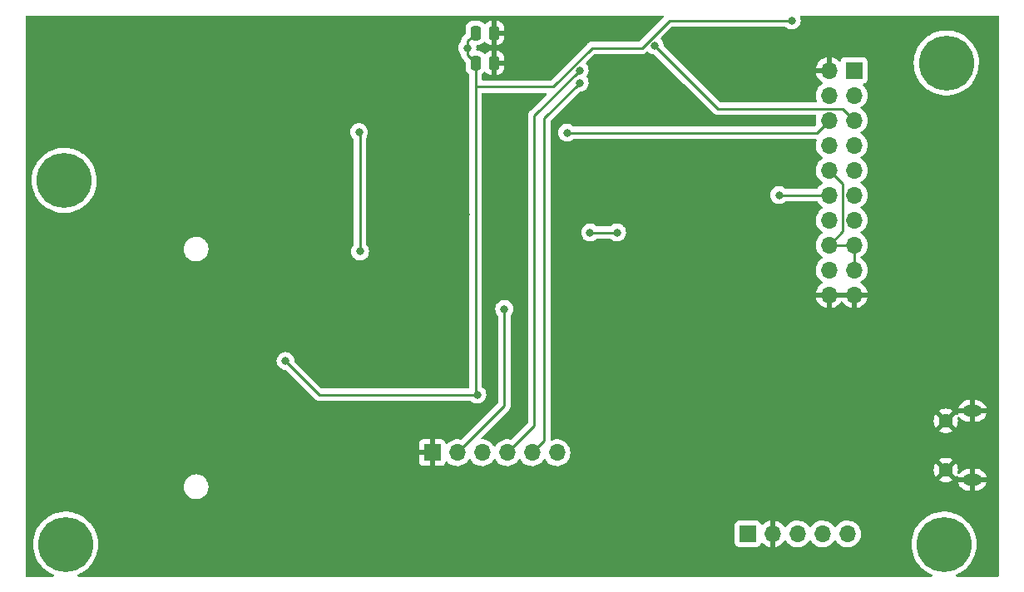
<source format=gbr>
%TF.GenerationSoftware,KiCad,Pcbnew,(6.0.2)*%
%TF.CreationDate,2022-03-10T00:26:05-05:00*%
%TF.ProjectId,tower,746f7765-722e-46b6-9963-61645f706362,rev?*%
%TF.SameCoordinates,Original*%
%TF.FileFunction,Copper,L2,Bot*%
%TF.FilePolarity,Positive*%
%FSLAX46Y46*%
G04 Gerber Fmt 4.6, Leading zero omitted, Abs format (unit mm)*
G04 Created by KiCad (PCBNEW (6.0.2)) date 2022-03-10 00:26:05*
%MOMM*%
%LPD*%
G01*
G04 APERTURE LIST*
G04 Aperture macros list*
%AMRoundRect*
0 Rectangle with rounded corners*
0 $1 Rounding radius*
0 $2 $3 $4 $5 $6 $7 $8 $9 X,Y pos of 4 corners*
0 Add a 4 corners polygon primitive as box body*
4,1,4,$2,$3,$4,$5,$6,$7,$8,$9,$2,$3,0*
0 Add four circle primitives for the rounded corners*
1,1,$1+$1,$2,$3*
1,1,$1+$1,$4,$5*
1,1,$1+$1,$6,$7*
1,1,$1+$1,$8,$9*
0 Add four rect primitives between the rounded corners*
20,1,$1+$1,$2,$3,$4,$5,0*
20,1,$1+$1,$4,$5,$6,$7,0*
20,1,$1+$1,$6,$7,$8,$9,0*
20,1,$1+$1,$8,$9,$2,$3,0*%
G04 Aperture macros list end*
%TA.AperFunction,ComponentPad*%
%ADD10O,1.900000X1.200000*%
%TD*%
%TA.AperFunction,ComponentPad*%
%ADD11C,1.450000*%
%TD*%
%TA.AperFunction,ComponentPad*%
%ADD12R,1.700000X1.700000*%
%TD*%
%TA.AperFunction,ComponentPad*%
%ADD13O,1.700000X1.700000*%
%TD*%
%TA.AperFunction,ComponentPad*%
%ADD14C,5.600000*%
%TD*%
%TA.AperFunction,SMDPad,CuDef*%
%ADD15RoundRect,0.250000X-0.250000X-0.475000X0.250000X-0.475000X0.250000X0.475000X-0.250000X0.475000X0*%
%TD*%
%TA.AperFunction,ViaPad*%
%ADD16C,0.800000*%
%TD*%
%TA.AperFunction,Conductor*%
%ADD17C,0.250000*%
%TD*%
%TA.AperFunction,Conductor*%
%ADD18C,0.254000*%
%TD*%
G04 APERTURE END LIST*
D10*
%TO.P,J1,6,Shield*%
%TO.N,GND*%
X199997500Y-96920000D03*
X199997500Y-103920000D03*
D11*
X197297500Y-97920000D03*
X197297500Y-102920000D03*
%TD*%
D12*
%TO.P,J2,1,Pin_1*%
%TO.N,GND*%
X145015000Y-101165000D03*
D13*
%TO.P,J2,2,Pin_2*%
%TO.N,CTS*%
X147555000Y-101165000D03*
%TO.P,J2,3,Pin_3*%
%TO.N,unconnected-(J2-Pad3)*%
X150095000Y-101165000D03*
%TO.P,J2,4,Pin_4*%
%TO.N,TX*%
X152635000Y-101165000D03*
%TO.P,J2,5,Pin_5*%
%TO.N,RX*%
X155175000Y-101165000D03*
%TO.P,J2,6,Pin_6*%
%TO.N,DTR*%
X157715000Y-101165000D03*
%TD*%
D12*
%TO.P,J3,1,Pin_1*%
%TO.N,VOUT*%
X177130000Y-109435000D03*
D13*
%TO.P,J3,2,Pin_2*%
%TO.N,GND*%
X179670000Y-109435000D03*
%TO.P,J3,3,Pin_3*%
%TO.N,5V*%
X182210000Y-109435000D03*
%TO.P,J3,4,Pin_4*%
%TO.N,SHDN*%
X184750000Y-109435000D03*
%TO.P,J3,5,Pin_5*%
%TO.N,PG*%
X187290000Y-109435000D03*
%TD*%
D12*
%TO.P,J5,1,Pin_1*%
%TO.N,VOUT*%
X187960000Y-62230000D03*
D13*
%TO.P,J5,2,Pin_2*%
%TO.N,GND*%
X185420000Y-62230000D03*
%TO.P,J5,3,Pin_3*%
%TO.N,SCK*%
X187960000Y-64770000D03*
%TO.P,J5,4,Pin_4*%
%TO.N,MISO*%
X185420000Y-64770000D03*
%TO.P,J5,5,Pin_5*%
%TO.N,MOSI*%
X187960000Y-67310000D03*
%TO.P,J5,6,Pin_6*%
%TO.N,CS*%
X185420000Y-67310000D03*
%TO.P,J5,7,Pin_7*%
%TO.N,INT*%
X187960000Y-69850000D03*
%TO.P,J5,8,Pin_8*%
%TO.N,PDN*%
X185420000Y-69850000D03*
%TO.P,J5,9,Pin_9*%
%TO.N,AUDIO_L*%
X187960000Y-72390000D03*
%TO.P,J5,10,Pin_10*%
%TO.N,NC*%
X185420000Y-72390000D03*
%TO.P,J5,11,Pin_11*%
%TO.N,GPIO0*%
X187960000Y-74930000D03*
%TO.P,J5,12,Pin_12*%
%TO.N,GPIO1*%
X185420000Y-74930000D03*
%TO.P,J5,13,Pin_13*%
%TO.N,GPIO2*%
X187960000Y-77470000D03*
%TO.P,J5,14,Pin_14*%
%TO.N,GPIO3*%
X185420000Y-77470000D03*
%TO.P,J5,15,Pin_15*%
%TO.N,NC*%
X187960000Y-80010000D03*
%TO.P,J5,16,Pin_16*%
X185420000Y-80010000D03*
%TO.P,J5,17,Pin_17*%
X187960000Y-82550000D03*
%TO.P,J5,18,Pin_18*%
%TO.N,5V*%
X185420000Y-82550000D03*
%TO.P,J5,19,Pin_19*%
%TO.N,GND*%
X187960000Y-85090000D03*
%TO.P,J5,20,Pin_20*%
X185420000Y-85090000D03*
%TD*%
D14*
%TO.P,REF\u002A\u002A,1*%
%TO.N,N/C*%
X107696000Y-110490000D03*
%TD*%
%TO.P,REF\u002A\u002A,1*%
%TO.N,N/C*%
X197340000Y-61480000D03*
%TD*%
%TO.P,REF\u002A\u002A,1*%
%TO.N,N/C*%
X197104000Y-110490000D03*
%TD*%
%TO.P,REF\u002A\u002A,1*%
%TO.N,N/C*%
X107560000Y-73440000D03*
%TD*%
D15*
%TO.P,C4,1*%
%TO.N,VOUT*%
X149418000Y-58420000D03*
%TO.P,C4,2*%
%TO.N,GND*%
X151318000Y-58420000D03*
%TD*%
%TO.P,C5,1*%
%TO.N,VOUT*%
X149418000Y-61468000D03*
%TO.P,C5,2*%
%TO.N,GND*%
X151318000Y-61468000D03*
%TD*%
D16*
%TO.N,CS*%
X158750000Y-68580000D03*
%TO.N,GPIO2*%
X161090000Y-78740000D03*
X163830000Y-78740000D03*
%TO.N,CTS*%
X152350000Y-86530000D03*
%TO.N,RX*%
X160020000Y-63500000D03*
%TO.N,TX*%
X160020000Y-62230000D03*
%TO.N,GPIO1*%
X180340000Y-74930000D03*
%TO.N,MOSI*%
X167640000Y-59690000D03*
%TO.N,PG*%
X137560000Y-68520000D03*
X137670000Y-80680000D03*
%TO.N,VOUT*%
X148590000Y-59944000D03*
X149606000Y-95250000D03*
X181610000Y-57150000D03*
X130085500Y-91820000D03*
%TO.N,GND*%
X165040000Y-102560000D03*
X193802000Y-66294000D03*
X137360000Y-59730000D03*
X115062000Y-75184000D03*
X114808000Y-58928000D03*
X193802000Y-93218000D03*
X115316000Y-110744000D03*
X195540000Y-99130000D03*
X148430000Y-76910000D03*
X143490000Y-78190000D03*
X141478000Y-110744000D03*
X153940000Y-61330000D03*
X193802000Y-80010000D03*
X137340000Y-57140000D03*
X191970000Y-110020000D03*
%TD*%
D17*
%TO.N,CS*%
X184150000Y-68580000D02*
X185420000Y-67310000D01*
X158750000Y-68580000D02*
X184150000Y-68580000D01*
%TO.N,GPIO2*%
X163830000Y-78740000D02*
X161090000Y-78740000D01*
%TO.N,CTS*%
X152350000Y-96370000D02*
X152350000Y-86530000D01*
X147555000Y-101165000D02*
X152350000Y-96370000D01*
D18*
%TO.N,RX*%
X155175001Y-101165000D02*
X156399992Y-99940008D01*
D17*
X156400000Y-67120000D02*
X160020000Y-63500000D01*
D18*
X156399992Y-99940008D02*
X156399992Y-97790000D01*
D17*
X156400000Y-97790000D02*
X156400000Y-67120000D01*
D18*
%TO.N,TX*%
X152635001Y-101165000D02*
X155399994Y-98400006D01*
X155399994Y-98400006D02*
X155399994Y-97790000D01*
D17*
X155400000Y-97790000D02*
X155400000Y-66850000D01*
X155400000Y-66850000D02*
X160020000Y-62230000D01*
%TO.N,GPIO1*%
X180340000Y-74930000D02*
X185420000Y-74930000D01*
%TO.N,MOSI*%
X186784999Y-66134999D02*
X187960000Y-67310000D01*
X167640000Y-59690000D02*
X174084999Y-66134999D01*
X174084999Y-66134999D02*
X186784999Y-66134999D01*
%TO.N,NC*%
X187960000Y-82550000D02*
X187960000Y-80010000D01*
X185420000Y-80010000D02*
X186785489Y-78644511D01*
X186785489Y-78644511D02*
X186785489Y-73755489D01*
X187960000Y-80010000D02*
X185420000Y-80010000D01*
X186785489Y-73755489D02*
X185420000Y-72390000D01*
%TO.N,PG*%
X137680000Y-68640000D02*
X137560000Y-68520000D01*
X137670000Y-80680000D02*
X137670000Y-68630000D01*
X137670000Y-68630000D02*
X137560000Y-68520000D01*
%TO.N,VOUT*%
X148590000Y-59944000D02*
X148590000Y-59248000D01*
X148590000Y-59248000D02*
X149418000Y-58420000D01*
X149606000Y-95250000D02*
X133515500Y-95250000D01*
X133515500Y-95250000D02*
X130085500Y-91820000D01*
X148590000Y-60640000D02*
X149418000Y-61468000D01*
X149418000Y-63882000D02*
X149418000Y-95062000D01*
X149418000Y-95062000D02*
X149606000Y-95250000D01*
X166361386Y-59944000D02*
X161281386Y-59944000D01*
X166361386Y-59944000D02*
X169155386Y-57150000D01*
X169155386Y-57150000D02*
X181610000Y-57150000D01*
X148590000Y-59944000D02*
X148590000Y-60640000D01*
X157343386Y-63882000D02*
X149418000Y-63882000D01*
X149418000Y-61468000D02*
X149418000Y-63882000D01*
X161281386Y-59944000D02*
X157343386Y-63882000D01*
%TD*%
%TA.AperFunction,Conductor*%
%TO.N,GND*%
G36*
X168531413Y-56662002D02*
G01*
X168577906Y-56715658D01*
X168588010Y-56785932D01*
X168558516Y-56850512D01*
X168552388Y-56857094D01*
X167261596Y-58147885D01*
X166135886Y-59273595D01*
X166073574Y-59307621D01*
X166046791Y-59310500D01*
X161360153Y-59310500D01*
X161348970Y-59309973D01*
X161341477Y-59308298D01*
X161333551Y-59308547D01*
X161333550Y-59308547D01*
X161273400Y-59310438D01*
X161269441Y-59310500D01*
X161241530Y-59310500D01*
X161237596Y-59310997D01*
X161237595Y-59310997D01*
X161237530Y-59311005D01*
X161225693Y-59311938D01*
X161193435Y-59312952D01*
X161189416Y-59313078D01*
X161181497Y-59313327D01*
X161162043Y-59318979D01*
X161142686Y-59322987D01*
X161130456Y-59324532D01*
X161130455Y-59324532D01*
X161122589Y-59325526D01*
X161115218Y-59328445D01*
X161115216Y-59328445D01*
X161081474Y-59341804D01*
X161070244Y-59345649D01*
X161035403Y-59355771D01*
X161035402Y-59355771D01*
X161027793Y-59357982D01*
X161020974Y-59362015D01*
X161020969Y-59362017D01*
X161010358Y-59368293D01*
X160992610Y-59376988D01*
X160973769Y-59384448D01*
X160967353Y-59389110D01*
X160967352Y-59389110D01*
X160937999Y-59410436D01*
X160928079Y-59416952D01*
X160896851Y-59435420D01*
X160896848Y-59435422D01*
X160890024Y-59439458D01*
X160875703Y-59453779D01*
X160860670Y-59466619D01*
X160844279Y-59478528D01*
X160839228Y-59484634D01*
X160816088Y-59512605D01*
X160808098Y-59521384D01*
X157117886Y-63211595D01*
X157055574Y-63245621D01*
X157028791Y-63248500D01*
X150177500Y-63248500D01*
X150109379Y-63228498D01*
X150062886Y-63174842D01*
X150051500Y-63122500D01*
X150051500Y-62667899D01*
X150071502Y-62599778D01*
X150111197Y-62560755D01*
X150136120Y-62545332D01*
X150142348Y-62541478D01*
X150267305Y-62416303D01*
X150270102Y-62411765D01*
X150327353Y-62371176D01*
X150398276Y-62367946D01*
X150459687Y-62403572D01*
X150467062Y-62412068D01*
X150475098Y-62422207D01*
X150589829Y-62536739D01*
X150601240Y-62545751D01*
X150739243Y-62630816D01*
X150752424Y-62636963D01*
X150906710Y-62688138D01*
X150920086Y-62691005D01*
X151014438Y-62700672D01*
X151020854Y-62701000D01*
X151045885Y-62701000D01*
X151061124Y-62696525D01*
X151062329Y-62695135D01*
X151064000Y-62687452D01*
X151064000Y-62682884D01*
X151572000Y-62682884D01*
X151576475Y-62698123D01*
X151577865Y-62699328D01*
X151585548Y-62700999D01*
X151615095Y-62700999D01*
X151621614Y-62700662D01*
X151717206Y-62690743D01*
X151730600Y-62687851D01*
X151884784Y-62636412D01*
X151897962Y-62630239D01*
X152035807Y-62544937D01*
X152047208Y-62535901D01*
X152161739Y-62421171D01*
X152170751Y-62409760D01*
X152255816Y-62271757D01*
X152261963Y-62258576D01*
X152313138Y-62104290D01*
X152316005Y-62090914D01*
X152325672Y-61996562D01*
X152326000Y-61990146D01*
X152326000Y-61740115D01*
X152321525Y-61724876D01*
X152320135Y-61723671D01*
X152312452Y-61722000D01*
X151590115Y-61722000D01*
X151574876Y-61726475D01*
X151573671Y-61727865D01*
X151572000Y-61735548D01*
X151572000Y-62682884D01*
X151064000Y-62682884D01*
X151064000Y-61195885D01*
X151572000Y-61195885D01*
X151576475Y-61211124D01*
X151577865Y-61212329D01*
X151585548Y-61214000D01*
X152307884Y-61214000D01*
X152323123Y-61209525D01*
X152324328Y-61208135D01*
X152325999Y-61200452D01*
X152325999Y-60945905D01*
X152325662Y-60939386D01*
X152315743Y-60843794D01*
X152312851Y-60830400D01*
X152261412Y-60676216D01*
X152255239Y-60663038D01*
X152169937Y-60525193D01*
X152160901Y-60513792D01*
X152046171Y-60399261D01*
X152034760Y-60390249D01*
X151896757Y-60305184D01*
X151883576Y-60299037D01*
X151729290Y-60247862D01*
X151715914Y-60244995D01*
X151621562Y-60235328D01*
X151615145Y-60235000D01*
X151590115Y-60235000D01*
X151574876Y-60239475D01*
X151573671Y-60240865D01*
X151572000Y-60248548D01*
X151572000Y-61195885D01*
X151064000Y-61195885D01*
X151064000Y-60253116D01*
X151059525Y-60237877D01*
X151058135Y-60236672D01*
X151050452Y-60235001D01*
X151020905Y-60235001D01*
X151014386Y-60235338D01*
X150918794Y-60245257D01*
X150905400Y-60248149D01*
X150751216Y-60299588D01*
X150738038Y-60305761D01*
X150600193Y-60391063D01*
X150588792Y-60400099D01*
X150474262Y-60514828D01*
X150467206Y-60523762D01*
X150409288Y-60564823D01*
X150338365Y-60568053D01*
X150276954Y-60532426D01*
X150270154Y-60524593D01*
X150266478Y-60518652D01*
X150141303Y-60393695D01*
X150111615Y-60375395D01*
X149996968Y-60304725D01*
X149996966Y-60304724D01*
X149990738Y-60300885D01*
X149884236Y-60265560D01*
X149829389Y-60247368D01*
X149829387Y-60247368D01*
X149822861Y-60245203D01*
X149816025Y-60244503D01*
X149816022Y-60244502D01*
X149772969Y-60240091D01*
X149718400Y-60234500D01*
X149612909Y-60234500D01*
X149544788Y-60214498D01*
X149498295Y-60160842D01*
X149487599Y-60095330D01*
X149502814Y-59950565D01*
X149503504Y-59944000D01*
X149487599Y-59792670D01*
X149500371Y-59722832D01*
X149548873Y-59670985D01*
X149612909Y-59653500D01*
X149718400Y-59653500D01*
X149721646Y-59653163D01*
X149721650Y-59653163D01*
X149817308Y-59643238D01*
X149817312Y-59643237D01*
X149824166Y-59642526D01*
X149830702Y-59640345D01*
X149830704Y-59640345D01*
X149984998Y-59588868D01*
X149991946Y-59586550D01*
X150142348Y-59493478D01*
X150267305Y-59368303D01*
X150270102Y-59363765D01*
X150327353Y-59323176D01*
X150398276Y-59319946D01*
X150459687Y-59355572D01*
X150467062Y-59364068D01*
X150475098Y-59374207D01*
X150589829Y-59488739D01*
X150601240Y-59497751D01*
X150739243Y-59582816D01*
X150752424Y-59588963D01*
X150906710Y-59640138D01*
X150920086Y-59643005D01*
X151014438Y-59652672D01*
X151020854Y-59653000D01*
X151045885Y-59653000D01*
X151061124Y-59648525D01*
X151062329Y-59647135D01*
X151064000Y-59639452D01*
X151064000Y-59634884D01*
X151572000Y-59634884D01*
X151576475Y-59650123D01*
X151577865Y-59651328D01*
X151585548Y-59652999D01*
X151615095Y-59652999D01*
X151621614Y-59652662D01*
X151717206Y-59642743D01*
X151730600Y-59639851D01*
X151884784Y-59588412D01*
X151897962Y-59582239D01*
X152035807Y-59496937D01*
X152047208Y-59487901D01*
X152161739Y-59373171D01*
X152170751Y-59361760D01*
X152255816Y-59223757D01*
X152261963Y-59210576D01*
X152313138Y-59056290D01*
X152316005Y-59042914D01*
X152325672Y-58948562D01*
X152326000Y-58942146D01*
X152326000Y-58692115D01*
X152321525Y-58676876D01*
X152320135Y-58675671D01*
X152312452Y-58674000D01*
X151590115Y-58674000D01*
X151574876Y-58678475D01*
X151573671Y-58679865D01*
X151572000Y-58687548D01*
X151572000Y-59634884D01*
X151064000Y-59634884D01*
X151064000Y-58147885D01*
X151572000Y-58147885D01*
X151576475Y-58163124D01*
X151577865Y-58164329D01*
X151585548Y-58166000D01*
X152307884Y-58166000D01*
X152323123Y-58161525D01*
X152324328Y-58160135D01*
X152325999Y-58152452D01*
X152325999Y-57897905D01*
X152325662Y-57891386D01*
X152315743Y-57795794D01*
X152312851Y-57782400D01*
X152261412Y-57628216D01*
X152255239Y-57615038D01*
X152169937Y-57477193D01*
X152160901Y-57465792D01*
X152046171Y-57351261D01*
X152034760Y-57342249D01*
X151896757Y-57257184D01*
X151883576Y-57251037D01*
X151729290Y-57199862D01*
X151715914Y-57196995D01*
X151621562Y-57187328D01*
X151615145Y-57187000D01*
X151590115Y-57187000D01*
X151574876Y-57191475D01*
X151573671Y-57192865D01*
X151572000Y-57200548D01*
X151572000Y-58147885D01*
X151064000Y-58147885D01*
X151064000Y-57205116D01*
X151059525Y-57189877D01*
X151058135Y-57188672D01*
X151050452Y-57187001D01*
X151020905Y-57187001D01*
X151014386Y-57187338D01*
X150918794Y-57197257D01*
X150905400Y-57200149D01*
X150751216Y-57251588D01*
X150738038Y-57257761D01*
X150600193Y-57343063D01*
X150588792Y-57352099D01*
X150474262Y-57466828D01*
X150467206Y-57475762D01*
X150409288Y-57516823D01*
X150338365Y-57520053D01*
X150276954Y-57484426D01*
X150270154Y-57476593D01*
X150266478Y-57470652D01*
X150141303Y-57345695D01*
X150121300Y-57333365D01*
X149996968Y-57256725D01*
X149996966Y-57256724D01*
X149990738Y-57252885D01*
X149910995Y-57226436D01*
X149829389Y-57199368D01*
X149829387Y-57199368D01*
X149822861Y-57197203D01*
X149816025Y-57196503D01*
X149816022Y-57196502D01*
X149772969Y-57192091D01*
X149718400Y-57186500D01*
X149117600Y-57186500D01*
X149114354Y-57186837D01*
X149114350Y-57186837D01*
X149018692Y-57196762D01*
X149018688Y-57196763D01*
X149011834Y-57197474D01*
X149005298Y-57199655D01*
X149005296Y-57199655D01*
X148988928Y-57205116D01*
X148844054Y-57253450D01*
X148693652Y-57346522D01*
X148568695Y-57471697D01*
X148564855Y-57477927D01*
X148564854Y-57477928D01*
X148534434Y-57527279D01*
X148475885Y-57622262D01*
X148420203Y-57790139D01*
X148419503Y-57796975D01*
X148419502Y-57796978D01*
X148417102Y-57820405D01*
X148409500Y-57894600D01*
X148409500Y-58480405D01*
X148389498Y-58548526D01*
X148372595Y-58569500D01*
X148197747Y-58744348D01*
X148189461Y-58751888D01*
X148182982Y-58756000D01*
X148177557Y-58761777D01*
X148136357Y-58805651D01*
X148133602Y-58808493D01*
X148113865Y-58828230D01*
X148111385Y-58831427D01*
X148103682Y-58840447D01*
X148073414Y-58872679D01*
X148069595Y-58879625D01*
X148069593Y-58879628D01*
X148063652Y-58890434D01*
X148052801Y-58906953D01*
X148040386Y-58922959D01*
X148037241Y-58930228D01*
X148037238Y-58930232D01*
X148022826Y-58963537D01*
X148017609Y-58974187D01*
X147996305Y-59012940D01*
X147994334Y-59020615D01*
X147994334Y-59020616D01*
X147991267Y-59032562D01*
X147984863Y-59051266D01*
X147976819Y-59069855D01*
X147975580Y-59077678D01*
X147975577Y-59077688D01*
X147969901Y-59113524D01*
X147967495Y-59125144D01*
X147960329Y-59153056D01*
X147956500Y-59167970D01*
X147956500Y-59188224D01*
X147954949Y-59207934D01*
X147951780Y-59227943D01*
X147952526Y-59235835D01*
X147952277Y-59243758D01*
X147950369Y-59243698D01*
X147938820Y-59303335D01*
X147920519Y-59329803D01*
X147850960Y-59407056D01*
X147755473Y-59572444D01*
X147696458Y-59754072D01*
X147695768Y-59760633D01*
X147695768Y-59760635D01*
X147694099Y-59776513D01*
X147676496Y-59944000D01*
X147677186Y-59950565D01*
X147691863Y-60090205D01*
X147696458Y-60133928D01*
X147755473Y-60315556D01*
X147758776Y-60321278D01*
X147758777Y-60321279D01*
X147811281Y-60412218D01*
X147850960Y-60480944D01*
X147909714Y-60546196D01*
X147923960Y-60562018D01*
X147954677Y-60626026D01*
X147956262Y-60642381D01*
X147956438Y-60647995D01*
X147956500Y-60651943D01*
X147956500Y-60679856D01*
X147956997Y-60683790D01*
X147956997Y-60683791D01*
X147957005Y-60683856D01*
X147957938Y-60695693D01*
X147959327Y-60739889D01*
X147963408Y-60753935D01*
X147964978Y-60759339D01*
X147968987Y-60778700D01*
X147971526Y-60798797D01*
X147974445Y-60806168D01*
X147974445Y-60806170D01*
X147987804Y-60839912D01*
X147991649Y-60851142D01*
X147997671Y-60871869D01*
X148003982Y-60893593D01*
X148008015Y-60900412D01*
X148008017Y-60900417D01*
X148014293Y-60911028D01*
X148022988Y-60928776D01*
X148030448Y-60947617D01*
X148035110Y-60954033D01*
X148035110Y-60954034D01*
X148056436Y-60983387D01*
X148062952Y-60993307D01*
X148073628Y-61011358D01*
X148085458Y-61031362D01*
X148099779Y-61045683D01*
X148112619Y-61060716D01*
X148124528Y-61077107D01*
X148130633Y-61082158D01*
X148130638Y-61082163D01*
X148158598Y-61105294D01*
X148167376Y-61113281D01*
X148284311Y-61230215D01*
X148372595Y-61318499D01*
X148406620Y-61380811D01*
X148409500Y-61407595D01*
X148409500Y-61993400D01*
X148409837Y-61996646D01*
X148409837Y-61996650D01*
X148419618Y-62090914D01*
X148420474Y-62099166D01*
X148422655Y-62105702D01*
X148422655Y-62105704D01*
X148447507Y-62180195D01*
X148476450Y-62266946D01*
X148569522Y-62417348D01*
X148694697Y-62542305D01*
X148700927Y-62546145D01*
X148724618Y-62560749D01*
X148772110Y-62613522D01*
X148784500Y-62668008D01*
X148784500Y-63810207D01*
X148782268Y-63833816D01*
X148780725Y-63841906D01*
X148784251Y-63897951D01*
X148784500Y-63905862D01*
X148784500Y-94490500D01*
X148764498Y-94558621D01*
X148710842Y-94605114D01*
X148658500Y-94616500D01*
X133830094Y-94616500D01*
X133761973Y-94596498D01*
X133740999Y-94579595D01*
X131032622Y-91871217D01*
X130998596Y-91808905D01*
X130996407Y-91795292D01*
X130979732Y-91636635D01*
X130979732Y-91636633D01*
X130979042Y-91630072D01*
X130920027Y-91448444D01*
X130824540Y-91283056D01*
X130696753Y-91141134D01*
X130542252Y-91028882D01*
X130536224Y-91026198D01*
X130536222Y-91026197D01*
X130373819Y-90953891D01*
X130373818Y-90953891D01*
X130367788Y-90951206D01*
X130274387Y-90931353D01*
X130187444Y-90912872D01*
X130187439Y-90912872D01*
X130180987Y-90911500D01*
X129990013Y-90911500D01*
X129983561Y-90912872D01*
X129983556Y-90912872D01*
X129896613Y-90931353D01*
X129803212Y-90951206D01*
X129797182Y-90953891D01*
X129797181Y-90953891D01*
X129634778Y-91026197D01*
X129634776Y-91026198D01*
X129628748Y-91028882D01*
X129474247Y-91141134D01*
X129346460Y-91283056D01*
X129250973Y-91448444D01*
X129191958Y-91630072D01*
X129171996Y-91820000D01*
X129191958Y-92009928D01*
X129250973Y-92191556D01*
X129346460Y-92356944D01*
X129474247Y-92498866D01*
X129628748Y-92611118D01*
X129634776Y-92613802D01*
X129634778Y-92613803D01*
X129797181Y-92686109D01*
X129803212Y-92688794D01*
X129896612Y-92708647D01*
X129983556Y-92727128D01*
X129983561Y-92727128D01*
X129990013Y-92728500D01*
X130045906Y-92728500D01*
X130114027Y-92748502D01*
X130135001Y-92765405D01*
X133011843Y-95642247D01*
X133019387Y-95650537D01*
X133023500Y-95657018D01*
X133029277Y-95662443D01*
X133073167Y-95703658D01*
X133076009Y-95706413D01*
X133095731Y-95726135D01*
X133098855Y-95728558D01*
X133098859Y-95728562D01*
X133098924Y-95728612D01*
X133107945Y-95736317D01*
X133140179Y-95766586D01*
X133147127Y-95770405D01*
X133147129Y-95770407D01*
X133157932Y-95776346D01*
X133174459Y-95787202D01*
X133184198Y-95794757D01*
X133184200Y-95794758D01*
X133190460Y-95799614D01*
X133231040Y-95817174D01*
X133241688Y-95822391D01*
X133253219Y-95828730D01*
X133280440Y-95843695D01*
X133288116Y-95845666D01*
X133288119Y-95845667D01*
X133300062Y-95848733D01*
X133318767Y-95855137D01*
X133337355Y-95863181D01*
X133345178Y-95864420D01*
X133345188Y-95864423D01*
X133381024Y-95870099D01*
X133392644Y-95872505D01*
X133427789Y-95881528D01*
X133435470Y-95883500D01*
X133455724Y-95883500D01*
X133475434Y-95885051D01*
X133495443Y-95888220D01*
X133503335Y-95887474D01*
X133539461Y-95884059D01*
X133551319Y-95883500D01*
X148897800Y-95883500D01*
X148965921Y-95903502D01*
X148985147Y-95919843D01*
X148985420Y-95919540D01*
X148990332Y-95923963D01*
X148994747Y-95928866D01*
X149003298Y-95935079D01*
X149065979Y-95980619D01*
X149149248Y-96041118D01*
X149155276Y-96043802D01*
X149155278Y-96043803D01*
X149317681Y-96116109D01*
X149323712Y-96118794D01*
X149417112Y-96138647D01*
X149504056Y-96157128D01*
X149504061Y-96157128D01*
X149510513Y-96158500D01*
X149701487Y-96158500D01*
X149707939Y-96157128D01*
X149707944Y-96157128D01*
X149794887Y-96138647D01*
X149888288Y-96118794D01*
X149894319Y-96116109D01*
X150056722Y-96043803D01*
X150056724Y-96043802D01*
X150062752Y-96041118D01*
X150217253Y-95928866D01*
X150253851Y-95888220D01*
X150340621Y-95791852D01*
X150340622Y-95791851D01*
X150345040Y-95786944D01*
X150420053Y-95657018D01*
X150437223Y-95627279D01*
X150437224Y-95627278D01*
X150440527Y-95621556D01*
X150499542Y-95439928D01*
X150519504Y-95250000D01*
X150499542Y-95060072D01*
X150440527Y-94878444D01*
X150345040Y-94713056D01*
X150217253Y-94571134D01*
X150103439Y-94488443D01*
X150060085Y-94432221D01*
X150051500Y-94386507D01*
X150051500Y-64641500D01*
X150071502Y-64573379D01*
X150125158Y-64526886D01*
X150177500Y-64515500D01*
X156534405Y-64515500D01*
X156602526Y-64535502D01*
X156649019Y-64589158D01*
X156659123Y-64659432D01*
X156629629Y-64724012D01*
X156623500Y-64730595D01*
X155007747Y-66346348D01*
X154999461Y-66353888D01*
X154992982Y-66358000D01*
X154987557Y-66363777D01*
X154946357Y-66407651D01*
X154943602Y-66410493D01*
X154923865Y-66430230D01*
X154921385Y-66433427D01*
X154913682Y-66442447D01*
X154883414Y-66474679D01*
X154879595Y-66481625D01*
X154879593Y-66481628D01*
X154873652Y-66492434D01*
X154862801Y-66508953D01*
X154850386Y-66524959D01*
X154847241Y-66532228D01*
X154847238Y-66532232D01*
X154832826Y-66565537D01*
X154827609Y-66576187D01*
X154806305Y-66614940D01*
X154804334Y-66622615D01*
X154804334Y-66622616D01*
X154801267Y-66634562D01*
X154794863Y-66653266D01*
X154786819Y-66671855D01*
X154785580Y-66679678D01*
X154785577Y-66679688D01*
X154779901Y-66715524D01*
X154777495Y-66727144D01*
X154768472Y-66762289D01*
X154766500Y-66769970D01*
X154766500Y-66790224D01*
X154764949Y-66809934D01*
X154761780Y-66829943D01*
X154762526Y-66837835D01*
X154765941Y-66873961D01*
X154766500Y-66885819D01*
X154766500Y-97693837D01*
X154765828Y-97704522D01*
X154764494Y-97709718D01*
X154764494Y-98084583D01*
X154744492Y-98152704D01*
X154727589Y-98173678D01*
X153907054Y-98994214D01*
X153089945Y-99811323D01*
X153027633Y-99845348D01*
X152978754Y-99846275D01*
X152768373Y-99808800D01*
X152768367Y-99808799D01*
X152763284Y-99807894D01*
X152689452Y-99806992D01*
X152545081Y-99805228D01*
X152545079Y-99805228D01*
X152539911Y-99805165D01*
X152319091Y-99838955D01*
X152106756Y-99908357D01*
X152076443Y-99924137D01*
X151955996Y-99986838D01*
X151908607Y-100011507D01*
X151904474Y-100014610D01*
X151904471Y-100014612D01*
X151821450Y-100076946D01*
X151729965Y-100145635D01*
X151575629Y-100307138D01*
X151468201Y-100464621D01*
X151413293Y-100509621D01*
X151342768Y-100517792D01*
X151279021Y-100486538D01*
X151258324Y-100462054D01*
X151177822Y-100337617D01*
X151177820Y-100337614D01*
X151175014Y-100333277D01*
X151024670Y-100168051D01*
X151020619Y-100164852D01*
X151020615Y-100164848D01*
X150853414Y-100032800D01*
X150853410Y-100032798D01*
X150849359Y-100029598D01*
X150653789Y-99921638D01*
X150648920Y-99919914D01*
X150648916Y-99919912D01*
X150448087Y-99848795D01*
X150448083Y-99848794D01*
X150443212Y-99847069D01*
X150438119Y-99846162D01*
X150438116Y-99846161D01*
X150228373Y-99808800D01*
X150228367Y-99808799D01*
X150223284Y-99807894D01*
X150112011Y-99806535D01*
X150044141Y-99785702D01*
X149998307Y-99731483D01*
X149989062Y-99661091D01*
X150019341Y-99596875D01*
X150024456Y-99591449D01*
X152742253Y-96873652D01*
X152750539Y-96866112D01*
X152757018Y-96862000D01*
X152803644Y-96812348D01*
X152806398Y-96809507D01*
X152826135Y-96789770D01*
X152828615Y-96786573D01*
X152836320Y-96777551D01*
X152861159Y-96751100D01*
X152866586Y-96745321D01*
X152870405Y-96738375D01*
X152870407Y-96738372D01*
X152876348Y-96727566D01*
X152887199Y-96711047D01*
X152894758Y-96701301D01*
X152899614Y-96695041D01*
X152902759Y-96687772D01*
X152902762Y-96687768D01*
X152917174Y-96654463D01*
X152922391Y-96643813D01*
X152943695Y-96605060D01*
X152948733Y-96585437D01*
X152955137Y-96566734D01*
X152960033Y-96555420D01*
X152960033Y-96555419D01*
X152963181Y-96548145D01*
X152964420Y-96540322D01*
X152964423Y-96540312D01*
X152970099Y-96504476D01*
X152972505Y-96492856D01*
X152981528Y-96457711D01*
X152981528Y-96457710D01*
X152983500Y-96450030D01*
X152983500Y-96429776D01*
X152985051Y-96410065D01*
X152986980Y-96397886D01*
X152988220Y-96390057D01*
X152984059Y-96346038D01*
X152983500Y-96334181D01*
X152983500Y-87232524D01*
X153003502Y-87164403D01*
X153015858Y-87148221D01*
X153089040Y-87066944D01*
X153184527Y-86901556D01*
X153243542Y-86719928D01*
X153263504Y-86530000D01*
X153262814Y-86523435D01*
X153244232Y-86346635D01*
X153244232Y-86346633D01*
X153243542Y-86340072D01*
X153184527Y-86158444D01*
X153089040Y-85993056D01*
X153067349Y-85968965D01*
X152965675Y-85856045D01*
X152965674Y-85856044D01*
X152961253Y-85851134D01*
X152806752Y-85738882D01*
X152800724Y-85736198D01*
X152800722Y-85736197D01*
X152638319Y-85663891D01*
X152638318Y-85663891D01*
X152632288Y-85661206D01*
X152538887Y-85641353D01*
X152451944Y-85622872D01*
X152451939Y-85622872D01*
X152445487Y-85621500D01*
X152254513Y-85621500D01*
X152248061Y-85622872D01*
X152248056Y-85622872D01*
X152161113Y-85641353D01*
X152067712Y-85661206D01*
X152061682Y-85663891D01*
X152061681Y-85663891D01*
X151899278Y-85736197D01*
X151899276Y-85736198D01*
X151893248Y-85738882D01*
X151738747Y-85851134D01*
X151734326Y-85856044D01*
X151734325Y-85856045D01*
X151632652Y-85968965D01*
X151610960Y-85993056D01*
X151515473Y-86158444D01*
X151456458Y-86340072D01*
X151455768Y-86346633D01*
X151455768Y-86346635D01*
X151437186Y-86523435D01*
X151436496Y-86530000D01*
X151456458Y-86719928D01*
X151515473Y-86901556D01*
X151610960Y-87066944D01*
X151684137Y-87148215D01*
X151714853Y-87212221D01*
X151716500Y-87232524D01*
X151716500Y-96055406D01*
X151696498Y-96123527D01*
X151679595Y-96144501D01*
X148012345Y-99811750D01*
X147950033Y-99845776D01*
X147901154Y-99846702D01*
X147688373Y-99808800D01*
X147688367Y-99808799D01*
X147683284Y-99807894D01*
X147609452Y-99806992D01*
X147465081Y-99805228D01*
X147465079Y-99805228D01*
X147459911Y-99805165D01*
X147239091Y-99838955D01*
X147026756Y-99908357D01*
X146996443Y-99924137D01*
X146875996Y-99986838D01*
X146828607Y-100011507D01*
X146824474Y-100014610D01*
X146824471Y-100014612D01*
X146741450Y-100076946D01*
X146649965Y-100145635D01*
X146646393Y-100149373D01*
X146568898Y-100230466D01*
X146507374Y-100265895D01*
X146436462Y-100262438D01*
X146378676Y-100221192D01*
X146359823Y-100187644D01*
X146318324Y-100076946D01*
X146309786Y-100061351D01*
X146233285Y-99959276D01*
X146220724Y-99946715D01*
X146118649Y-99870214D01*
X146103054Y-99861676D01*
X145982606Y-99816522D01*
X145967351Y-99812895D01*
X145916486Y-99807369D01*
X145909672Y-99807000D01*
X145287115Y-99807000D01*
X145271876Y-99811475D01*
X145270671Y-99812865D01*
X145269000Y-99820548D01*
X145269000Y-102504884D01*
X145273475Y-102520123D01*
X145274865Y-102521328D01*
X145282548Y-102522999D01*
X145909669Y-102522999D01*
X145916490Y-102522629D01*
X145967352Y-102517105D01*
X145982604Y-102513479D01*
X146103054Y-102468324D01*
X146118649Y-102459786D01*
X146220724Y-102383285D01*
X146233285Y-102370724D01*
X146309786Y-102268649D01*
X146318324Y-102253054D01*
X146359225Y-102143952D01*
X146401867Y-102087188D01*
X146468428Y-102062488D01*
X146537777Y-102077696D01*
X146572444Y-102105684D01*
X146597865Y-102135031D01*
X146597869Y-102135035D01*
X146601250Y-102138938D01*
X146773126Y-102281632D01*
X146966000Y-102394338D01*
X147174692Y-102474030D01*
X147179760Y-102475061D01*
X147179763Y-102475062D01*
X147287017Y-102496883D01*
X147393597Y-102518567D01*
X147398772Y-102518757D01*
X147398774Y-102518757D01*
X147611673Y-102526564D01*
X147611677Y-102526564D01*
X147616837Y-102526753D01*
X147621957Y-102526097D01*
X147621959Y-102526097D01*
X147833288Y-102499025D01*
X147833289Y-102499025D01*
X147838416Y-102498368D01*
X147860655Y-102491696D01*
X148047429Y-102435661D01*
X148047434Y-102435659D01*
X148052384Y-102434174D01*
X148252994Y-102335896D01*
X148434860Y-102206173D01*
X148593096Y-102048489D01*
X148723453Y-101867077D01*
X148724776Y-101868028D01*
X148771645Y-101824857D01*
X148841580Y-101812625D01*
X148907026Y-101840144D01*
X148934875Y-101871994D01*
X148943972Y-101886839D01*
X148994987Y-101970088D01*
X149141250Y-102138938D01*
X149313126Y-102281632D01*
X149506000Y-102394338D01*
X149714692Y-102474030D01*
X149719760Y-102475061D01*
X149719763Y-102475062D01*
X149827017Y-102496883D01*
X149933597Y-102518567D01*
X149938772Y-102518757D01*
X149938774Y-102518757D01*
X150151673Y-102526564D01*
X150151677Y-102526564D01*
X150156837Y-102526753D01*
X150161957Y-102526097D01*
X150161959Y-102526097D01*
X150373288Y-102499025D01*
X150373289Y-102499025D01*
X150378416Y-102498368D01*
X150400655Y-102491696D01*
X150587429Y-102435661D01*
X150587434Y-102435659D01*
X150592384Y-102434174D01*
X150792994Y-102335896D01*
X150974860Y-102206173D01*
X151133096Y-102048489D01*
X151263453Y-101867077D01*
X151264776Y-101868028D01*
X151311645Y-101824857D01*
X151381580Y-101812625D01*
X151447026Y-101840144D01*
X151474875Y-101871994D01*
X151483972Y-101886839D01*
X151534987Y-101970088D01*
X151681250Y-102138938D01*
X151853126Y-102281632D01*
X152046000Y-102394338D01*
X152254692Y-102474030D01*
X152259760Y-102475061D01*
X152259763Y-102475062D01*
X152367017Y-102496883D01*
X152473597Y-102518567D01*
X152478772Y-102518757D01*
X152478774Y-102518757D01*
X152691673Y-102526564D01*
X152691677Y-102526564D01*
X152696837Y-102526753D01*
X152701957Y-102526097D01*
X152701959Y-102526097D01*
X152913288Y-102499025D01*
X152913289Y-102499025D01*
X152918416Y-102498368D01*
X152940655Y-102491696D01*
X153127429Y-102435661D01*
X153127434Y-102435659D01*
X153132384Y-102434174D01*
X153332994Y-102335896D01*
X153514860Y-102206173D01*
X153673096Y-102048489D01*
X153803453Y-101867077D01*
X153804776Y-101868028D01*
X153851645Y-101824857D01*
X153921580Y-101812625D01*
X153987026Y-101840144D01*
X154014875Y-101871994D01*
X154023972Y-101886839D01*
X154074987Y-101970088D01*
X154221250Y-102138938D01*
X154393126Y-102281632D01*
X154586000Y-102394338D01*
X154794692Y-102474030D01*
X154799760Y-102475061D01*
X154799763Y-102475062D01*
X154907017Y-102496883D01*
X155013597Y-102518567D01*
X155018772Y-102518757D01*
X155018774Y-102518757D01*
X155231673Y-102526564D01*
X155231677Y-102526564D01*
X155236837Y-102526753D01*
X155241957Y-102526097D01*
X155241959Y-102526097D01*
X155453288Y-102499025D01*
X155453289Y-102499025D01*
X155458416Y-102498368D01*
X155480655Y-102491696D01*
X155667429Y-102435661D01*
X155667434Y-102435659D01*
X155672384Y-102434174D01*
X155872994Y-102335896D01*
X156054860Y-102206173D01*
X156213096Y-102048489D01*
X156343453Y-101867077D01*
X156344776Y-101868028D01*
X156391645Y-101824857D01*
X156461580Y-101812625D01*
X156527026Y-101840144D01*
X156554875Y-101871994D01*
X156563972Y-101886839D01*
X156614987Y-101970088D01*
X156761250Y-102138938D01*
X156933126Y-102281632D01*
X157126000Y-102394338D01*
X157334692Y-102474030D01*
X157339760Y-102475061D01*
X157339763Y-102475062D01*
X157447017Y-102496883D01*
X157553597Y-102518567D01*
X157558772Y-102518757D01*
X157558774Y-102518757D01*
X157771673Y-102526564D01*
X157771677Y-102526564D01*
X157776837Y-102526753D01*
X157781957Y-102526097D01*
X157781959Y-102526097D01*
X157993288Y-102499025D01*
X157993289Y-102499025D01*
X157998416Y-102498368D01*
X158020655Y-102491696D01*
X158207429Y-102435661D01*
X158207434Y-102435659D01*
X158212384Y-102434174D01*
X158412994Y-102335896D01*
X158594860Y-102206173D01*
X158753096Y-102048489D01*
X158869253Y-101886839D01*
X196629927Y-101886839D01*
X196636995Y-101900285D01*
X197284688Y-102547978D01*
X197298632Y-102555592D01*
X197300465Y-102555461D01*
X197307080Y-102551210D01*
X197958726Y-101899564D01*
X197965156Y-101887789D01*
X197955860Y-101875774D01*
X197920863Y-101851269D01*
X197911368Y-101845786D01*
X197725804Y-101759256D01*
X197715512Y-101755510D01*
X197517741Y-101702518D01*
X197506946Y-101700615D01*
X197302975Y-101682769D01*
X197292025Y-101682769D01*
X197088054Y-101700615D01*
X197077259Y-101702518D01*
X196879488Y-101755510D01*
X196869196Y-101759256D01*
X196683632Y-101845786D01*
X196674137Y-101851269D01*
X196638303Y-101876360D01*
X196629927Y-101886839D01*
X158869253Y-101886839D01*
X158883453Y-101867077D01*
X158904320Y-101824857D01*
X158980136Y-101671453D01*
X158980137Y-101671451D01*
X158982430Y-101666811D01*
X159047370Y-101453069D01*
X159076529Y-101231590D01*
X159078156Y-101165000D01*
X159059852Y-100942361D01*
X159005431Y-100725702D01*
X158916354Y-100520840D01*
X158795014Y-100333277D01*
X158644670Y-100168051D01*
X158640619Y-100164852D01*
X158640615Y-100164848D01*
X158473414Y-100032800D01*
X158473410Y-100032798D01*
X158469359Y-100029598D01*
X158273789Y-99921638D01*
X158268920Y-99919914D01*
X158268916Y-99919912D01*
X158068087Y-99848795D01*
X158068083Y-99848794D01*
X158063212Y-99847069D01*
X158058119Y-99846162D01*
X158058116Y-99846161D01*
X157848373Y-99808800D01*
X157848367Y-99808799D01*
X157843284Y-99807894D01*
X157769452Y-99806992D01*
X157625081Y-99805228D01*
X157625079Y-99805228D01*
X157619911Y-99805165D01*
X157399091Y-99838955D01*
X157200637Y-99903820D01*
X157129673Y-99905971D01*
X157068812Y-99869415D01*
X157037375Y-99805758D01*
X157035492Y-99784055D01*
X157035492Y-98952211D01*
X196629844Y-98952211D01*
X196639140Y-98964226D01*
X196674137Y-98988731D01*
X196683632Y-98994214D01*
X196869196Y-99080744D01*
X196879488Y-99084490D01*
X197077259Y-99137482D01*
X197088054Y-99139385D01*
X197292025Y-99157231D01*
X197302975Y-99157231D01*
X197506946Y-99139385D01*
X197517741Y-99137482D01*
X197715512Y-99084490D01*
X197725804Y-99080744D01*
X197911368Y-98994214D01*
X197920863Y-98988731D01*
X197956697Y-98963640D01*
X197965073Y-98953161D01*
X197958005Y-98939715D01*
X197310312Y-98292022D01*
X197296368Y-98284408D01*
X197294535Y-98284539D01*
X197287920Y-98288790D01*
X196636274Y-98940436D01*
X196629844Y-98952211D01*
X157035492Y-98952211D01*
X157035492Y-97925475D01*
X196060269Y-97925475D01*
X196078115Y-98129446D01*
X196080018Y-98140241D01*
X196133010Y-98338012D01*
X196136756Y-98348304D01*
X196223286Y-98533868D01*
X196228769Y-98543363D01*
X196253860Y-98579197D01*
X196264339Y-98587573D01*
X196277785Y-98580505D01*
X196925478Y-97932812D01*
X196931856Y-97921132D01*
X197661908Y-97921132D01*
X197662039Y-97922965D01*
X197666290Y-97929580D01*
X198317936Y-98581226D01*
X198329711Y-98587656D01*
X198341726Y-98578360D01*
X198366231Y-98543363D01*
X198371714Y-98533868D01*
X198458244Y-98348304D01*
X198461990Y-98338012D01*
X198514982Y-98140241D01*
X198516885Y-98129446D01*
X198534731Y-97925475D01*
X198534731Y-97914525D01*
X198516885Y-97710554D01*
X198514982Y-97699762D01*
X198498073Y-97636656D01*
X198499763Y-97565679D01*
X198539557Y-97506883D01*
X198604821Y-97478935D01*
X198674835Y-97490708D01*
X198722549Y-97531144D01*
X198801462Y-97642390D01*
X198809261Y-97651425D01*
X198953331Y-97789342D01*
X198962696Y-97796738D01*
X199130241Y-97904921D01*
X199140845Y-97910417D01*
X199325812Y-97984961D01*
X199337270Y-97988355D01*
X199534428Y-98026857D01*
X199543291Y-98027934D01*
X199546000Y-98028000D01*
X199725385Y-98028000D01*
X199740624Y-98023525D01*
X199741829Y-98022135D01*
X199743500Y-98014452D01*
X199743500Y-98009885D01*
X200251500Y-98009885D01*
X200255975Y-98025124D01*
X200257365Y-98026329D01*
X200265048Y-98028000D01*
X200397332Y-98028000D01*
X200403308Y-98027715D01*
X200551994Y-98013529D01*
X200563728Y-98011270D01*
X200755099Y-97955128D01*
X200766175Y-97950698D01*
X200943478Y-97859381D01*
X200953524Y-97852931D01*
X201110357Y-97729738D01*
X201119006Y-97721501D01*
X201249712Y-97570877D01*
X201256647Y-97561153D01*
X201356510Y-97388533D01*
X201361484Y-97377669D01*
X201426907Y-97189273D01*
X201427148Y-97188284D01*
X201425680Y-97177992D01*
X201412115Y-97174000D01*
X200269615Y-97174000D01*
X200254376Y-97178475D01*
X200253171Y-97179865D01*
X200251500Y-97187548D01*
X200251500Y-98009885D01*
X199743500Y-98009885D01*
X199743500Y-97192115D01*
X199739025Y-97176876D01*
X199737635Y-97175671D01*
X199729952Y-97174000D01*
X198587098Y-97174000D01*
X198573568Y-97177973D01*
X198569404Y-97206938D01*
X198539911Y-97271519D01*
X198480185Y-97309903D01*
X198409188Y-97309903D01*
X198349462Y-97271520D01*
X198341475Y-97261280D01*
X198341142Y-97260805D01*
X198330661Y-97252427D01*
X198317215Y-97259495D01*
X197669522Y-97907188D01*
X197661908Y-97921132D01*
X196931856Y-97921132D01*
X196933092Y-97918868D01*
X196932961Y-97917035D01*
X196928710Y-97910420D01*
X196277064Y-97258774D01*
X196265289Y-97252344D01*
X196253274Y-97261640D01*
X196228769Y-97296637D01*
X196223286Y-97306132D01*
X196136756Y-97491696D01*
X196133010Y-97501988D01*
X196080018Y-97699759D01*
X196078115Y-97710554D01*
X196060269Y-97914525D01*
X196060269Y-97925475D01*
X157035492Y-97925475D01*
X157035492Y-97750017D01*
X157034494Y-97742117D01*
X157033500Y-97726325D01*
X157033500Y-96886839D01*
X196629927Y-96886839D01*
X196636995Y-96900285D01*
X197284688Y-97547978D01*
X197298632Y-97555592D01*
X197300465Y-97555461D01*
X197307080Y-97551210D01*
X197958726Y-96899564D01*
X197965156Y-96887789D01*
X197955860Y-96875774D01*
X197920863Y-96851269D01*
X197911368Y-96845786D01*
X197725804Y-96759256D01*
X197715512Y-96755510D01*
X197517741Y-96702518D01*
X197506946Y-96700615D01*
X197302975Y-96682769D01*
X197292025Y-96682769D01*
X197088054Y-96700615D01*
X197077259Y-96702518D01*
X196879488Y-96755510D01*
X196869196Y-96759256D01*
X196683632Y-96845786D01*
X196674137Y-96851269D01*
X196638303Y-96876360D01*
X196629927Y-96886839D01*
X157033500Y-96886839D01*
X157033500Y-96651716D01*
X198567852Y-96651716D01*
X198569320Y-96662008D01*
X198582885Y-96666000D01*
X199725385Y-96666000D01*
X199740624Y-96661525D01*
X199741829Y-96660135D01*
X199743500Y-96652452D01*
X199743500Y-96647885D01*
X200251500Y-96647885D01*
X200255975Y-96663124D01*
X200257365Y-96664329D01*
X200265048Y-96666000D01*
X201407902Y-96666000D01*
X201421433Y-96662027D01*
X201422788Y-96652601D01*
X201401306Y-96563463D01*
X201397417Y-96552168D01*
X201314871Y-96370618D01*
X201308924Y-96360276D01*
X201193532Y-96197603D01*
X201185739Y-96188575D01*
X201041669Y-96050658D01*
X201032304Y-96043262D01*
X200864759Y-95935079D01*
X200854155Y-95929583D01*
X200669188Y-95855039D01*
X200657730Y-95851645D01*
X200460572Y-95813143D01*
X200451709Y-95812066D01*
X200449000Y-95812000D01*
X200269615Y-95812000D01*
X200254376Y-95816475D01*
X200253171Y-95817865D01*
X200251500Y-95825548D01*
X200251500Y-96647885D01*
X199743500Y-96647885D01*
X199743500Y-95830115D01*
X199739025Y-95814876D01*
X199737635Y-95813671D01*
X199729952Y-95812000D01*
X199597668Y-95812000D01*
X199591692Y-95812285D01*
X199443006Y-95826471D01*
X199431272Y-95828730D01*
X199239901Y-95884872D01*
X199228825Y-95889302D01*
X199051522Y-95980619D01*
X199041476Y-95987069D01*
X198884643Y-96110262D01*
X198875994Y-96118499D01*
X198745288Y-96269123D01*
X198738353Y-96278847D01*
X198638490Y-96451467D01*
X198633516Y-96462331D01*
X198568093Y-96650727D01*
X198567852Y-96651716D01*
X157033500Y-96651716D01*
X157033500Y-85357966D01*
X184088257Y-85357966D01*
X184118565Y-85492446D01*
X184121645Y-85502275D01*
X184201770Y-85699603D01*
X184206413Y-85708794D01*
X184317694Y-85890388D01*
X184323777Y-85898699D01*
X184463213Y-86059667D01*
X184470580Y-86066883D01*
X184634434Y-86202916D01*
X184642881Y-86208831D01*
X184826756Y-86316279D01*
X184836042Y-86320729D01*
X185035001Y-86396703D01*
X185044899Y-86399579D01*
X185148250Y-86420606D01*
X185162299Y-86419410D01*
X185166000Y-86409065D01*
X185166000Y-86408517D01*
X185674000Y-86408517D01*
X185678064Y-86422359D01*
X185691478Y-86424393D01*
X185698184Y-86423534D01*
X185708262Y-86421392D01*
X185912255Y-86360191D01*
X185921842Y-86356433D01*
X186113095Y-86262739D01*
X186121945Y-86257464D01*
X186295328Y-86133792D01*
X186303200Y-86127139D01*
X186454052Y-85976812D01*
X186460730Y-85968965D01*
X186588022Y-85791819D01*
X186589147Y-85792627D01*
X186636669Y-85748876D01*
X186706607Y-85736661D01*
X186772046Y-85764197D01*
X186799870Y-85796028D01*
X186857690Y-85890383D01*
X186863777Y-85898699D01*
X187003213Y-86059667D01*
X187010580Y-86066883D01*
X187174434Y-86202916D01*
X187182881Y-86208831D01*
X187366756Y-86316279D01*
X187376042Y-86320729D01*
X187575001Y-86396703D01*
X187584899Y-86399579D01*
X187688250Y-86420606D01*
X187702299Y-86419410D01*
X187706000Y-86409065D01*
X187706000Y-86408517D01*
X188214000Y-86408517D01*
X188218064Y-86422359D01*
X188231478Y-86424393D01*
X188238184Y-86423534D01*
X188248262Y-86421392D01*
X188452255Y-86360191D01*
X188461842Y-86356433D01*
X188653095Y-86262739D01*
X188661945Y-86257464D01*
X188835328Y-86133792D01*
X188843200Y-86127139D01*
X188994052Y-85976812D01*
X189000730Y-85968965D01*
X189125003Y-85796020D01*
X189130313Y-85787183D01*
X189224670Y-85596267D01*
X189228469Y-85586672D01*
X189290377Y-85382910D01*
X189292555Y-85372837D01*
X189293986Y-85361962D01*
X189291775Y-85347778D01*
X189278617Y-85344000D01*
X188232115Y-85344000D01*
X188216876Y-85348475D01*
X188215671Y-85349865D01*
X188214000Y-85357548D01*
X188214000Y-86408517D01*
X187706000Y-86408517D01*
X187706000Y-85362115D01*
X187701525Y-85346876D01*
X187700135Y-85345671D01*
X187692452Y-85344000D01*
X185692115Y-85344000D01*
X185676876Y-85348475D01*
X185675671Y-85349865D01*
X185674000Y-85357548D01*
X185674000Y-86408517D01*
X185166000Y-86408517D01*
X185166000Y-85362115D01*
X185161525Y-85346876D01*
X185160135Y-85345671D01*
X185152452Y-85344000D01*
X184103225Y-85344000D01*
X184089694Y-85347973D01*
X184088257Y-85357966D01*
X157033500Y-85357966D01*
X157033500Y-78740000D01*
X160176496Y-78740000D01*
X160177186Y-78746565D01*
X160190381Y-78872104D01*
X160196458Y-78929928D01*
X160255473Y-79111556D01*
X160258776Y-79117278D01*
X160258777Y-79117279D01*
X160278903Y-79152138D01*
X160350960Y-79276944D01*
X160355378Y-79281851D01*
X160355379Y-79281852D01*
X160404746Y-79336680D01*
X160478747Y-79418866D01*
X160633248Y-79531118D01*
X160639276Y-79533802D01*
X160639278Y-79533803D01*
X160801681Y-79606109D01*
X160807712Y-79608794D01*
X160901113Y-79628647D01*
X160988056Y-79647128D01*
X160988061Y-79647128D01*
X160994513Y-79648500D01*
X161185487Y-79648500D01*
X161191939Y-79647128D01*
X161191944Y-79647128D01*
X161278887Y-79628647D01*
X161372288Y-79608794D01*
X161378319Y-79606109D01*
X161540722Y-79533803D01*
X161540724Y-79533802D01*
X161546752Y-79531118D01*
X161620547Y-79477503D01*
X161694854Y-79423515D01*
X161701253Y-79418866D01*
X161705668Y-79413963D01*
X161710580Y-79409540D01*
X161711705Y-79410789D01*
X161765014Y-79377949D01*
X161798200Y-79373500D01*
X163121800Y-79373500D01*
X163189921Y-79393502D01*
X163209147Y-79409843D01*
X163209420Y-79409540D01*
X163214332Y-79413963D01*
X163218747Y-79418866D01*
X163225146Y-79423515D01*
X163299454Y-79477503D01*
X163373248Y-79531118D01*
X163379276Y-79533802D01*
X163379278Y-79533803D01*
X163541681Y-79606109D01*
X163547712Y-79608794D01*
X163641113Y-79628647D01*
X163728056Y-79647128D01*
X163728061Y-79647128D01*
X163734513Y-79648500D01*
X163925487Y-79648500D01*
X163931939Y-79647128D01*
X163931944Y-79647128D01*
X164018887Y-79628647D01*
X164112288Y-79608794D01*
X164118319Y-79606109D01*
X164280722Y-79533803D01*
X164280724Y-79533802D01*
X164286752Y-79531118D01*
X164441253Y-79418866D01*
X164515254Y-79336680D01*
X164564621Y-79281852D01*
X164564622Y-79281851D01*
X164569040Y-79276944D01*
X164641097Y-79152138D01*
X164661223Y-79117279D01*
X164661224Y-79117278D01*
X164664527Y-79111556D01*
X164723542Y-78929928D01*
X164729620Y-78872104D01*
X164742814Y-78746565D01*
X164743504Y-78740000D01*
X164723542Y-78550072D01*
X164664527Y-78368444D01*
X164569040Y-78203056D01*
X164541147Y-78172077D01*
X164445675Y-78066045D01*
X164445674Y-78066044D01*
X164441253Y-78061134D01*
X164318311Y-77971811D01*
X164292094Y-77952763D01*
X164292093Y-77952762D01*
X164286752Y-77948882D01*
X164280724Y-77946198D01*
X164280722Y-77946197D01*
X164118319Y-77873891D01*
X164118318Y-77873891D01*
X164112288Y-77871206D01*
X164018888Y-77851353D01*
X163931944Y-77832872D01*
X163931939Y-77832872D01*
X163925487Y-77831500D01*
X163734513Y-77831500D01*
X163728061Y-77832872D01*
X163728056Y-77832872D01*
X163641112Y-77851353D01*
X163547712Y-77871206D01*
X163541682Y-77873891D01*
X163541681Y-77873891D01*
X163379278Y-77946197D01*
X163379276Y-77946198D01*
X163373248Y-77948882D01*
X163367907Y-77952762D01*
X163367906Y-77952763D01*
X163341689Y-77971811D01*
X163218747Y-78061134D01*
X163214332Y-78066037D01*
X163209420Y-78070460D01*
X163208295Y-78069211D01*
X163154986Y-78102051D01*
X163121800Y-78106500D01*
X161798200Y-78106500D01*
X161730079Y-78086498D01*
X161710853Y-78070157D01*
X161710580Y-78070460D01*
X161705668Y-78066037D01*
X161701253Y-78061134D01*
X161578311Y-77971811D01*
X161552094Y-77952763D01*
X161552093Y-77952762D01*
X161546752Y-77948882D01*
X161540724Y-77946198D01*
X161540722Y-77946197D01*
X161378319Y-77873891D01*
X161378318Y-77873891D01*
X161372288Y-77871206D01*
X161278888Y-77851353D01*
X161191944Y-77832872D01*
X161191939Y-77832872D01*
X161185487Y-77831500D01*
X160994513Y-77831500D01*
X160988061Y-77832872D01*
X160988056Y-77832872D01*
X160901112Y-77851353D01*
X160807712Y-77871206D01*
X160801682Y-77873891D01*
X160801681Y-77873891D01*
X160639278Y-77946197D01*
X160639276Y-77946198D01*
X160633248Y-77948882D01*
X160627907Y-77952762D01*
X160627906Y-77952763D01*
X160601689Y-77971811D01*
X160478747Y-78061134D01*
X160474326Y-78066044D01*
X160474325Y-78066045D01*
X160378854Y-78172077D01*
X160350960Y-78203056D01*
X160255473Y-78368444D01*
X160196458Y-78550072D01*
X160176496Y-78740000D01*
X157033500Y-78740000D01*
X157033500Y-67434594D01*
X157053502Y-67366473D01*
X157070405Y-67345499D01*
X159970500Y-64445405D01*
X160032812Y-64411379D01*
X160059595Y-64408500D01*
X160115487Y-64408500D01*
X160121939Y-64407128D01*
X160121944Y-64407128D01*
X160208887Y-64388647D01*
X160302288Y-64368794D01*
X160376574Y-64335720D01*
X160470722Y-64293803D01*
X160470724Y-64293802D01*
X160476752Y-64291118D01*
X160490120Y-64281406D01*
X160553855Y-64235099D01*
X160631253Y-64178866D01*
X160682913Y-64121492D01*
X160754621Y-64041852D01*
X160754622Y-64041851D01*
X160759040Y-64036944D01*
X160831097Y-63912138D01*
X160851223Y-63877279D01*
X160851224Y-63877278D01*
X160854527Y-63871556D01*
X160913542Y-63689928D01*
X160918565Y-63642143D01*
X160932814Y-63506565D01*
X160933504Y-63500000D01*
X160916994Y-63342916D01*
X160914232Y-63316635D01*
X160914232Y-63316633D01*
X160913542Y-63310072D01*
X160854527Y-63128444D01*
X160759040Y-62963056D01*
X160746662Y-62949309D01*
X160715946Y-62885303D01*
X160724710Y-62814850D01*
X160746661Y-62780693D01*
X160759040Y-62766944D01*
X160837967Y-62630239D01*
X160851223Y-62607279D01*
X160851224Y-62607278D01*
X160854527Y-62601556D01*
X160913542Y-62419928D01*
X160919006Y-62367946D01*
X160932814Y-62236565D01*
X160933504Y-62230000D01*
X160913542Y-62040072D01*
X160854527Y-61858444D01*
X160759040Y-61693056D01*
X160682313Y-61607842D01*
X160651595Y-61543835D01*
X160660360Y-61473381D01*
X160686854Y-61434437D01*
X161506886Y-60614405D01*
X161569198Y-60580379D01*
X161595981Y-60577500D01*
X166282619Y-60577500D01*
X166293802Y-60578027D01*
X166301295Y-60579702D01*
X166309221Y-60579453D01*
X166309222Y-60579453D01*
X166369372Y-60577562D01*
X166373331Y-60577500D01*
X166401242Y-60577500D01*
X166405177Y-60577003D01*
X166405242Y-60576995D01*
X166417079Y-60576062D01*
X166449337Y-60575048D01*
X166453356Y-60574922D01*
X166461275Y-60574673D01*
X166480729Y-60569021D01*
X166500086Y-60565013D01*
X166512316Y-60563468D01*
X166512317Y-60563468D01*
X166520183Y-60562474D01*
X166527554Y-60559555D01*
X166527556Y-60559555D01*
X166561298Y-60546196D01*
X166572528Y-60542351D01*
X166607369Y-60532229D01*
X166607370Y-60532229D01*
X166614979Y-60530018D01*
X166621798Y-60525985D01*
X166621803Y-60525983D01*
X166632414Y-60519707D01*
X166650162Y-60511012D01*
X166669003Y-60503552D01*
X166704773Y-60477564D01*
X166714693Y-60471048D01*
X166745921Y-60452580D01*
X166745924Y-60452578D01*
X166752748Y-60448542D01*
X166767069Y-60434221D01*
X166782103Y-60421380D01*
X166792080Y-60414131D01*
X166798493Y-60409472D01*
X166826684Y-60375395D01*
X166834674Y-60366616D01*
X166841843Y-60359447D01*
X166904155Y-60325421D01*
X166974970Y-60330486D01*
X167018762Y-60360276D01*
X167019423Y-60359541D01*
X167024325Y-60363954D01*
X167028747Y-60368866D01*
X167183248Y-60481118D01*
X167189276Y-60483802D01*
X167189278Y-60483803D01*
X167298488Y-60532426D01*
X167357712Y-60558794D01*
X167443378Y-60577003D01*
X167538056Y-60597128D01*
X167538061Y-60597128D01*
X167544513Y-60598500D01*
X167600406Y-60598500D01*
X167668527Y-60618502D01*
X167689501Y-60635405D01*
X170635840Y-63581745D01*
X173581347Y-66527252D01*
X173588887Y-66535538D01*
X173592999Y-66542017D01*
X173598776Y-66547442D01*
X173642650Y-66588642D01*
X173645492Y-66591397D01*
X173665229Y-66611134D01*
X173668426Y-66613614D01*
X173677446Y-66621317D01*
X173709678Y-66651585D01*
X173716624Y-66655404D01*
X173716627Y-66655406D01*
X173727433Y-66661347D01*
X173743952Y-66672198D01*
X173759958Y-66684613D01*
X173767227Y-66687758D01*
X173767231Y-66687761D01*
X173800536Y-66702173D01*
X173811186Y-66707390D01*
X173849939Y-66728694D01*
X173857614Y-66730665D01*
X173857615Y-66730665D01*
X173869561Y-66733732D01*
X173888266Y-66740136D01*
X173906854Y-66748180D01*
X173914677Y-66749419D01*
X173914687Y-66749422D01*
X173950523Y-66755098D01*
X173962143Y-66757504D01*
X173997288Y-66766527D01*
X174004969Y-66768499D01*
X174025223Y-66768499D01*
X174044933Y-66770050D01*
X174064942Y-66773219D01*
X174072834Y-66772473D01*
X174098466Y-66770050D01*
X174108961Y-66769058D01*
X174120818Y-66768499D01*
X183994626Y-66768499D01*
X184062747Y-66788501D01*
X184109240Y-66842157D01*
X184119344Y-66912431D01*
X184116043Y-66928171D01*
X184080989Y-67054570D01*
X184057251Y-67276695D01*
X184057548Y-67281848D01*
X184057548Y-67281851D01*
X184063011Y-67376590D01*
X184070110Y-67499715D01*
X184071247Y-67504761D01*
X184071248Y-67504767D01*
X184103453Y-67647668D01*
X184098917Y-67718520D01*
X184069631Y-67764464D01*
X183924500Y-67909595D01*
X183862188Y-67943621D01*
X183835405Y-67946500D01*
X159458200Y-67946500D01*
X159390079Y-67926498D01*
X159370853Y-67910157D01*
X159370580Y-67910460D01*
X159365668Y-67906037D01*
X159361253Y-67901134D01*
X159285430Y-67846045D01*
X159212094Y-67792763D01*
X159212093Y-67792762D01*
X159206752Y-67788882D01*
X159200724Y-67786198D01*
X159200722Y-67786197D01*
X159038319Y-67713891D01*
X159038318Y-67713891D01*
X159032288Y-67711206D01*
X158938888Y-67691353D01*
X158851944Y-67672872D01*
X158851939Y-67672872D01*
X158845487Y-67671500D01*
X158654513Y-67671500D01*
X158648061Y-67672872D01*
X158648056Y-67672872D01*
X158561112Y-67691353D01*
X158467712Y-67711206D01*
X158461682Y-67713891D01*
X158461681Y-67713891D01*
X158299278Y-67786197D01*
X158299276Y-67786198D01*
X158293248Y-67788882D01*
X158287907Y-67792762D01*
X158287906Y-67792763D01*
X158261689Y-67811811D01*
X158138747Y-67901134D01*
X158134326Y-67906044D01*
X158134325Y-67906045D01*
X158038854Y-68012077D01*
X158010960Y-68043056D01*
X157915473Y-68208444D01*
X157856458Y-68390072D01*
X157836496Y-68580000D01*
X157837186Y-68586565D01*
X157850381Y-68712104D01*
X157856458Y-68769928D01*
X157915473Y-68951556D01*
X157918776Y-68957278D01*
X157918777Y-68957279D01*
X157938903Y-68992138D01*
X158010960Y-69116944D01*
X158015378Y-69121851D01*
X158015379Y-69121852D01*
X158096773Y-69212249D01*
X158138747Y-69258866D01*
X158232281Y-69326823D01*
X158279881Y-69361406D01*
X158293248Y-69371118D01*
X158299276Y-69373802D01*
X158299278Y-69373803D01*
X158393426Y-69415720D01*
X158467712Y-69448794D01*
X158561112Y-69468647D01*
X158648056Y-69487128D01*
X158648061Y-69487128D01*
X158654513Y-69488500D01*
X158845487Y-69488500D01*
X158851939Y-69487128D01*
X158851944Y-69487128D01*
X158938888Y-69468647D01*
X159032288Y-69448794D01*
X159106574Y-69415720D01*
X159200722Y-69373803D01*
X159200724Y-69373802D01*
X159206752Y-69371118D01*
X159220120Y-69361406D01*
X159339671Y-69274546D01*
X159361253Y-69258866D01*
X159365668Y-69253963D01*
X159370580Y-69249540D01*
X159371705Y-69250789D01*
X159425014Y-69217949D01*
X159458200Y-69213500D01*
X184021527Y-69213500D01*
X184089648Y-69233502D01*
X184136141Y-69287158D01*
X184146245Y-69357432D01*
X184140745Y-69379182D01*
X184140688Y-69379305D01*
X184080989Y-69594570D01*
X184057251Y-69816695D01*
X184057548Y-69821848D01*
X184057548Y-69821851D01*
X184063011Y-69916590D01*
X184070110Y-70039715D01*
X184071247Y-70044761D01*
X184071248Y-70044767D01*
X184090723Y-70131182D01*
X184119222Y-70257639D01*
X184203266Y-70464616D01*
X184254019Y-70547438D01*
X184317291Y-70650688D01*
X184319987Y-70655088D01*
X184466250Y-70823938D01*
X184638126Y-70966632D01*
X184708595Y-71007811D01*
X184711445Y-71009476D01*
X184760169Y-71061114D01*
X184773240Y-71130897D01*
X184746509Y-71196669D01*
X184706055Y-71230027D01*
X184693607Y-71236507D01*
X184689474Y-71239610D01*
X184689471Y-71239612D01*
X184665247Y-71257800D01*
X184514965Y-71370635D01*
X184360629Y-71532138D01*
X184234743Y-71716680D01*
X184140688Y-71919305D01*
X184080989Y-72134570D01*
X184057251Y-72356695D01*
X184057548Y-72361848D01*
X184057548Y-72361851D01*
X184063011Y-72456590D01*
X184070110Y-72579715D01*
X184071247Y-72584761D01*
X184071248Y-72584767D01*
X184091119Y-72672939D01*
X184119222Y-72797639D01*
X184203266Y-73004616D01*
X184319987Y-73195088D01*
X184466250Y-73363938D01*
X184638126Y-73506632D01*
X184708595Y-73547811D01*
X184711445Y-73549476D01*
X184760169Y-73601114D01*
X184773240Y-73670897D01*
X184746509Y-73736669D01*
X184706055Y-73770027D01*
X184693607Y-73776507D01*
X184689474Y-73779610D01*
X184689471Y-73779612D01*
X184630119Y-73824175D01*
X184514965Y-73910635D01*
X184360629Y-74072138D01*
X184357715Y-74076410D01*
X184357714Y-74076411D01*
X184245095Y-74241504D01*
X184190184Y-74286507D01*
X184141007Y-74296500D01*
X181048200Y-74296500D01*
X180980079Y-74276498D01*
X180960853Y-74260157D01*
X180960580Y-74260460D01*
X180955668Y-74256037D01*
X180951253Y-74251134D01*
X180845184Y-74174070D01*
X180802094Y-74142763D01*
X180802093Y-74142762D01*
X180796752Y-74138882D01*
X180790724Y-74136198D01*
X180790722Y-74136197D01*
X180628319Y-74063891D01*
X180628318Y-74063891D01*
X180622288Y-74061206D01*
X180528887Y-74041353D01*
X180441944Y-74022872D01*
X180441939Y-74022872D01*
X180435487Y-74021500D01*
X180244513Y-74021500D01*
X180238061Y-74022872D01*
X180238056Y-74022872D01*
X180151113Y-74041353D01*
X180057712Y-74061206D01*
X180051682Y-74063891D01*
X180051681Y-74063891D01*
X179889278Y-74136197D01*
X179889276Y-74136198D01*
X179883248Y-74138882D01*
X179728747Y-74251134D01*
X179724326Y-74256044D01*
X179724325Y-74256045D01*
X179697498Y-74285840D01*
X179600960Y-74393056D01*
X179505473Y-74558444D01*
X179446458Y-74740072D01*
X179426496Y-74930000D01*
X179427186Y-74936565D01*
X179433844Y-74999908D01*
X179446458Y-75119928D01*
X179505473Y-75301556D01*
X179600960Y-75466944D01*
X179728747Y-75608866D01*
X179749116Y-75623665D01*
X179861814Y-75705545D01*
X179883248Y-75721118D01*
X179889276Y-75723802D01*
X179889278Y-75723803D01*
X179923389Y-75738990D01*
X180057712Y-75798794D01*
X180144009Y-75817137D01*
X180238056Y-75837128D01*
X180238061Y-75837128D01*
X180244513Y-75838500D01*
X180435487Y-75838500D01*
X180441939Y-75837128D01*
X180441944Y-75837128D01*
X180535991Y-75817137D01*
X180622288Y-75798794D01*
X180756611Y-75738990D01*
X180790722Y-75723803D01*
X180790724Y-75723802D01*
X180796752Y-75721118D01*
X180818187Y-75705545D01*
X180930884Y-75623665D01*
X180951253Y-75608866D01*
X180955668Y-75603963D01*
X180960580Y-75599540D01*
X180961705Y-75600789D01*
X181015014Y-75567949D01*
X181048200Y-75563500D01*
X184144274Y-75563500D01*
X184212395Y-75583502D01*
X184251707Y-75623665D01*
X184319987Y-75735088D01*
X184466250Y-75903938D01*
X184638126Y-76046632D01*
X184708595Y-76087811D01*
X184711445Y-76089476D01*
X184760169Y-76141114D01*
X184773240Y-76210897D01*
X184746509Y-76276669D01*
X184706055Y-76310027D01*
X184693607Y-76316507D01*
X184689474Y-76319610D01*
X184689471Y-76319612D01*
X184519100Y-76447530D01*
X184514965Y-76450635D01*
X184360629Y-76612138D01*
X184357715Y-76616410D01*
X184357714Y-76616411D01*
X184295683Y-76707345D01*
X184234743Y-76796680D01*
X184140688Y-76999305D01*
X184080989Y-77214570D01*
X184057251Y-77436695D01*
X184057548Y-77441848D01*
X184057548Y-77441851D01*
X184063011Y-77536590D01*
X184070110Y-77659715D01*
X184071247Y-77664761D01*
X184071248Y-77664767D01*
X184091119Y-77752939D01*
X184119222Y-77877639D01*
X184203266Y-78084616D01*
X184319987Y-78275088D01*
X184466250Y-78443938D01*
X184638126Y-78586632D01*
X184708595Y-78627811D01*
X184711445Y-78629476D01*
X184760169Y-78681114D01*
X184773240Y-78750897D01*
X184746509Y-78816669D01*
X184706055Y-78850027D01*
X184693607Y-78856507D01*
X184689474Y-78859610D01*
X184689471Y-78859612D01*
X184519100Y-78987530D01*
X184514965Y-78990635D01*
X184360629Y-79152138D01*
X184357715Y-79156410D01*
X184357714Y-79156411D01*
X184347251Y-79171749D01*
X184234743Y-79336680D01*
X184219003Y-79370590D01*
X184146290Y-79527237D01*
X184140688Y-79539305D01*
X184080989Y-79754570D01*
X184057251Y-79976695D01*
X184057548Y-79981848D01*
X184057548Y-79981851D01*
X184063011Y-80076590D01*
X184070110Y-80199715D01*
X184071247Y-80204761D01*
X184071248Y-80204767D01*
X184079178Y-80239954D01*
X184119222Y-80417639D01*
X184157461Y-80511811D01*
X184196919Y-80608984D01*
X184203266Y-80624616D01*
X184244997Y-80692715D01*
X184317286Y-80810680D01*
X184319987Y-80815088D01*
X184466250Y-80983938D01*
X184638126Y-81126632D01*
X184708595Y-81167811D01*
X184711445Y-81169476D01*
X184760169Y-81221114D01*
X184773240Y-81290897D01*
X184746509Y-81356669D01*
X184706055Y-81390027D01*
X184693607Y-81396507D01*
X184689474Y-81399610D01*
X184689471Y-81399612D01*
X184519100Y-81527530D01*
X184514965Y-81530635D01*
X184460979Y-81587128D01*
X184364344Y-81688251D01*
X184360629Y-81692138D01*
X184234743Y-81876680D01*
X184140688Y-82079305D01*
X184080989Y-82294570D01*
X184057251Y-82516695D01*
X184057548Y-82521848D01*
X184057548Y-82521851D01*
X184063011Y-82616590D01*
X184070110Y-82739715D01*
X184071247Y-82744761D01*
X184071248Y-82744767D01*
X184091119Y-82832939D01*
X184119222Y-82957639D01*
X184203266Y-83164616D01*
X184254019Y-83247438D01*
X184317291Y-83350688D01*
X184319987Y-83355088D01*
X184466250Y-83523938D01*
X184638126Y-83666632D01*
X184711955Y-83709774D01*
X184760679Y-83761412D01*
X184773750Y-83831195D01*
X184747019Y-83896967D01*
X184706562Y-83930327D01*
X184698457Y-83934546D01*
X184689738Y-83940036D01*
X184519433Y-84067905D01*
X184511726Y-84074748D01*
X184364590Y-84228717D01*
X184358104Y-84236727D01*
X184238098Y-84412649D01*
X184233000Y-84421623D01*
X184143338Y-84614783D01*
X184139775Y-84624470D01*
X184084389Y-84824183D01*
X184085912Y-84832607D01*
X184098292Y-84836000D01*
X189278344Y-84836000D01*
X189291875Y-84832027D01*
X189293180Y-84822947D01*
X189251214Y-84655875D01*
X189247894Y-84646124D01*
X189162972Y-84450814D01*
X189158105Y-84441739D01*
X189042426Y-84262926D01*
X189036136Y-84254757D01*
X188892806Y-84097240D01*
X188885273Y-84090215D01*
X188718139Y-83958222D01*
X188709556Y-83952520D01*
X188672602Y-83932120D01*
X188622631Y-83881687D01*
X188607859Y-83812245D01*
X188632975Y-83745839D01*
X188660327Y-83719232D01*
X188683797Y-83702491D01*
X188839860Y-83591173D01*
X188998096Y-83433489D01*
X189057594Y-83350689D01*
X189125435Y-83256277D01*
X189128453Y-83252077D01*
X189149320Y-83209857D01*
X189225136Y-83056453D01*
X189225137Y-83056451D01*
X189227430Y-83051811D01*
X189292370Y-82838069D01*
X189321529Y-82616590D01*
X189323156Y-82550000D01*
X189304852Y-82327361D01*
X189250431Y-82110702D01*
X189161354Y-81905840D01*
X189040014Y-81718277D01*
X188889670Y-81553051D01*
X188885619Y-81549852D01*
X188885615Y-81549848D01*
X188718414Y-81417800D01*
X188718410Y-81417798D01*
X188714359Y-81414598D01*
X188673053Y-81391796D01*
X188623084Y-81341364D01*
X188608312Y-81271921D01*
X188633428Y-81205516D01*
X188660780Y-81178909D01*
X188704603Y-81147650D01*
X188839860Y-81051173D01*
X188998096Y-80893489D01*
X189057594Y-80810689D01*
X189125435Y-80716277D01*
X189128453Y-80712077D01*
X189138023Y-80692715D01*
X189225136Y-80516453D01*
X189225137Y-80516451D01*
X189227430Y-80511811D01*
X189292370Y-80298069D01*
X189321529Y-80076590D01*
X189322608Y-80032422D01*
X189323074Y-80013365D01*
X189323074Y-80013361D01*
X189323156Y-80010000D01*
X189304852Y-79787361D01*
X189250431Y-79570702D01*
X189161354Y-79365840D01*
X189103845Y-79276944D01*
X189042822Y-79182617D01*
X189042820Y-79182614D01*
X189040014Y-79178277D01*
X188889670Y-79013051D01*
X188885619Y-79009852D01*
X188885615Y-79009848D01*
X188718414Y-78877800D01*
X188718410Y-78877798D01*
X188714359Y-78874598D01*
X188673053Y-78851796D01*
X188623084Y-78801364D01*
X188608312Y-78731921D01*
X188633428Y-78665516D01*
X188660780Y-78638909D01*
X188704603Y-78607650D01*
X188839860Y-78511173D01*
X188998096Y-78353489D01*
X189057594Y-78270689D01*
X189125435Y-78176277D01*
X189128453Y-78172077D01*
X189227430Y-77971811D01*
X189292370Y-77758069D01*
X189321529Y-77536590D01*
X189323156Y-77470000D01*
X189304852Y-77247361D01*
X189250431Y-77030702D01*
X189161354Y-76825840D01*
X189084696Y-76707345D01*
X189042822Y-76642617D01*
X189042820Y-76642614D01*
X189040014Y-76638277D01*
X188889670Y-76473051D01*
X188885619Y-76469852D01*
X188885615Y-76469848D01*
X188718414Y-76337800D01*
X188718410Y-76337798D01*
X188714359Y-76334598D01*
X188673053Y-76311796D01*
X188623084Y-76261364D01*
X188608312Y-76191921D01*
X188633428Y-76125516D01*
X188660780Y-76098909D01*
X188704603Y-76067650D01*
X188839860Y-75971173D01*
X188998096Y-75813489D01*
X189007670Y-75800166D01*
X189125435Y-75636277D01*
X189128453Y-75632077D01*
X189132611Y-75623665D01*
X189225136Y-75436453D01*
X189225137Y-75436451D01*
X189227430Y-75431811D01*
X189292370Y-75218069D01*
X189321529Y-74996590D01*
X189323156Y-74930000D01*
X189304852Y-74707361D01*
X189250431Y-74490702D01*
X189161354Y-74285840D01*
X189069260Y-74143484D01*
X189042822Y-74102617D01*
X189042820Y-74102614D01*
X189040014Y-74098277D01*
X188889670Y-73933051D01*
X188885619Y-73929852D01*
X188885615Y-73929848D01*
X188718414Y-73797800D01*
X188718410Y-73797798D01*
X188714359Y-73794598D01*
X188673053Y-73771796D01*
X188623084Y-73721364D01*
X188608312Y-73651921D01*
X188633428Y-73585516D01*
X188660780Y-73558909D01*
X188704603Y-73527650D01*
X188839860Y-73431173D01*
X188846020Y-73425035D01*
X188994435Y-73277137D01*
X188998096Y-73273489D01*
X189057594Y-73190689D01*
X189125435Y-73096277D01*
X189128453Y-73092077D01*
X189131674Y-73085561D01*
X189225136Y-72896453D01*
X189225137Y-72896451D01*
X189227430Y-72891811D01*
X189292370Y-72678069D01*
X189321529Y-72456590D01*
X189323156Y-72390000D01*
X189304852Y-72167361D01*
X189250431Y-71950702D01*
X189161354Y-71745840D01*
X189040014Y-71558277D01*
X188889670Y-71393051D01*
X188885619Y-71389852D01*
X188885615Y-71389848D01*
X188718414Y-71257800D01*
X188718410Y-71257798D01*
X188714359Y-71254598D01*
X188673053Y-71231796D01*
X188623084Y-71181364D01*
X188608312Y-71111921D01*
X188633428Y-71045516D01*
X188660780Y-71018909D01*
X188704603Y-70987650D01*
X188839860Y-70891173D01*
X188998096Y-70733489D01*
X189057594Y-70650689D01*
X189125435Y-70556277D01*
X189128453Y-70552077D01*
X189147036Y-70514478D01*
X189225136Y-70356453D01*
X189225137Y-70356451D01*
X189227430Y-70351811D01*
X189282893Y-70169263D01*
X189290865Y-70143023D01*
X189290865Y-70143021D01*
X189292370Y-70138069D01*
X189321529Y-69916590D01*
X189323156Y-69850000D01*
X189304852Y-69627361D01*
X189250431Y-69410702D01*
X189161354Y-69205840D01*
X189103845Y-69116944D01*
X189042822Y-69022617D01*
X189042820Y-69022614D01*
X189040014Y-69018277D01*
X188889670Y-68853051D01*
X188885619Y-68849852D01*
X188885615Y-68849848D01*
X188718414Y-68717800D01*
X188718410Y-68717798D01*
X188714359Y-68714598D01*
X188673053Y-68691796D01*
X188623084Y-68641364D01*
X188608312Y-68571921D01*
X188633428Y-68505516D01*
X188660780Y-68478909D01*
X188704603Y-68447650D01*
X188839860Y-68351173D01*
X188998096Y-68193489D01*
X189128453Y-68012077D01*
X189149320Y-67969857D01*
X189225136Y-67816453D01*
X189225137Y-67816451D01*
X189227430Y-67811811D01*
X189277301Y-67647668D01*
X189290865Y-67603023D01*
X189290865Y-67603021D01*
X189292370Y-67598069D01*
X189321529Y-67376590D01*
X189323156Y-67310000D01*
X189304852Y-67087361D01*
X189250431Y-66870702D01*
X189161354Y-66665840D01*
X189077377Y-66536031D01*
X189042822Y-66482617D01*
X189042820Y-66482614D01*
X189040014Y-66478277D01*
X188889670Y-66313051D01*
X188885619Y-66309852D01*
X188885615Y-66309848D01*
X188718414Y-66177800D01*
X188718410Y-66177798D01*
X188714359Y-66174598D01*
X188673053Y-66151796D01*
X188623084Y-66101364D01*
X188608312Y-66031921D01*
X188633428Y-65965516D01*
X188660780Y-65938909D01*
X188704603Y-65907650D01*
X188839860Y-65811173D01*
X188998096Y-65653489D01*
X189128453Y-65472077D01*
X189132152Y-65464594D01*
X189225136Y-65276453D01*
X189225137Y-65276451D01*
X189227430Y-65271811D01*
X189292370Y-65058069D01*
X189321529Y-64836590D01*
X189322682Y-64789403D01*
X189323074Y-64773365D01*
X189323074Y-64773361D01*
X189323156Y-64770000D01*
X189304852Y-64547361D01*
X189250431Y-64330702D01*
X189161354Y-64125840D01*
X189103845Y-64036944D01*
X189042822Y-63942617D01*
X189042820Y-63942614D01*
X189040014Y-63938277D01*
X189036532Y-63934450D01*
X188892798Y-63776488D01*
X188861746Y-63712642D01*
X188870141Y-63642143D01*
X188915317Y-63587375D01*
X188941761Y-63573706D01*
X189048297Y-63533767D01*
X189056705Y-63530615D01*
X189173261Y-63443261D01*
X189260615Y-63326705D01*
X189311745Y-63190316D01*
X189318500Y-63128134D01*
X189318500Y-61468434D01*
X194026661Y-61468434D01*
X194044792Y-61826340D01*
X194045329Y-61829695D01*
X194045330Y-61829701D01*
X194079026Y-62040072D01*
X194101470Y-62180195D01*
X194196033Y-62525859D01*
X194327374Y-62859288D01*
X194358151Y-62917909D01*
X194471984Y-63134729D01*
X194493957Y-63176582D01*
X194495858Y-63179411D01*
X194495864Y-63179421D01*
X194605729Y-63342916D01*
X194693834Y-63474029D01*
X194924665Y-63748150D01*
X195183751Y-63995738D01*
X195468061Y-64213897D01*
X195500056Y-64233350D01*
X195771355Y-64398303D01*
X195771360Y-64398306D01*
X195774270Y-64400075D01*
X195798401Y-64411379D01*
X196095710Y-64550649D01*
X196095720Y-64550653D01*
X196098794Y-64552093D01*
X196102012Y-64553195D01*
X196102015Y-64553196D01*
X196434615Y-64667071D01*
X196434623Y-64667073D01*
X196437838Y-64668174D01*
X196787435Y-64746959D01*
X196839728Y-64752917D01*
X197140114Y-64787142D01*
X197140122Y-64787142D01*
X197143497Y-64787527D01*
X197146901Y-64787545D01*
X197146904Y-64787545D01*
X197341227Y-64788562D01*
X197501857Y-64789403D01*
X197505243Y-64789053D01*
X197505245Y-64789053D01*
X197854932Y-64752917D01*
X197854941Y-64752916D01*
X197858324Y-64752566D01*
X197861657Y-64751852D01*
X197861660Y-64751851D01*
X198034186Y-64714864D01*
X198208727Y-64677446D01*
X198548968Y-64564922D01*
X198875066Y-64416311D01*
X199063719Y-64304297D01*
X199180262Y-64235099D01*
X199180267Y-64235096D01*
X199183207Y-64233350D01*
X199469786Y-64018180D01*
X199731451Y-63773319D01*
X199965140Y-63501630D01*
X200091141Y-63318297D01*
X200166190Y-63209101D01*
X200166195Y-63209094D01*
X200168120Y-63206292D01*
X200169732Y-63203298D01*
X200169737Y-63203290D01*
X200336395Y-62893772D01*
X200338017Y-62890760D01*
X200457017Y-62597697D01*
X200471562Y-62561877D01*
X200471564Y-62561872D01*
X200472842Y-62558724D01*
X200476538Y-62545751D01*
X200511730Y-62422207D01*
X200571020Y-62214070D01*
X200601835Y-62033794D01*
X200630829Y-61864175D01*
X200630829Y-61864173D01*
X200631401Y-61860828D01*
X200633511Y-61826340D01*
X200650342Y-61551134D01*
X200653278Y-61503131D01*
X200653359Y-61480000D01*
X200633979Y-61122159D01*
X200576066Y-60768505D01*
X200480297Y-60423173D01*
X200477243Y-60415497D01*
X200349052Y-60093369D01*
X200347793Y-60090205D01*
X200317768Y-60033498D01*
X200181702Y-59776513D01*
X200181698Y-59776506D01*
X200180103Y-59773494D01*
X199979190Y-59476746D01*
X199947568Y-59439458D01*
X199840601Y-59313327D01*
X199747403Y-59203432D01*
X199487454Y-58956750D01*
X199223932Y-58756000D01*
X199205091Y-58741647D01*
X199205089Y-58741646D01*
X199202384Y-58739585D01*
X199199472Y-58737828D01*
X199199467Y-58737825D01*
X198898443Y-58556236D01*
X198898437Y-58556233D01*
X198895528Y-58554478D01*
X198570475Y-58403593D01*
X198400751Y-58346145D01*
X198234255Y-58289789D01*
X198234250Y-58289788D01*
X198231028Y-58288697D01*
X198032681Y-58244724D01*
X197884493Y-58211871D01*
X197884487Y-58211870D01*
X197881158Y-58211132D01*
X197877769Y-58210758D01*
X197877764Y-58210757D01*
X197528338Y-58172180D01*
X197528333Y-58172180D01*
X197524957Y-58171807D01*
X197521558Y-58171801D01*
X197521557Y-58171801D01*
X197352080Y-58171505D01*
X197166592Y-58171182D01*
X197053413Y-58183277D01*
X196813639Y-58208901D01*
X196813631Y-58208902D01*
X196810256Y-58209263D01*
X196460117Y-58285606D01*
X196120271Y-58399317D01*
X196117178Y-58400739D01*
X196117177Y-58400740D01*
X196110974Y-58403593D01*
X195794694Y-58549066D01*
X195791760Y-58550822D01*
X195791758Y-58550823D01*
X195555676Y-58692115D01*
X195487193Y-58733101D01*
X195484467Y-58735163D01*
X195484465Y-58735164D01*
X195210787Y-58942146D01*
X195201367Y-58949270D01*
X195198882Y-58951612D01*
X195198877Y-58951616D01*
X195133802Y-59012940D01*
X194940559Y-59195043D01*
X194938347Y-59197633D01*
X194938345Y-59197635D01*
X194919146Y-59220114D01*
X194707819Y-59467546D01*
X194705900Y-59470358D01*
X194705897Y-59470363D01*
X194631975Y-59578729D01*
X194505871Y-59763591D01*
X194337077Y-60079714D01*
X194203411Y-60412218D01*
X194202491Y-60415492D01*
X194202489Y-60415497D01*
X194111307Y-60739889D01*
X194106437Y-60757213D01*
X194105875Y-60760570D01*
X194105875Y-60760571D01*
X194050327Y-61092517D01*
X194047290Y-61110663D01*
X194026661Y-61468434D01*
X189318500Y-61468434D01*
X189318500Y-61331866D01*
X189311745Y-61269684D01*
X189260615Y-61133295D01*
X189173261Y-61016739D01*
X189056705Y-60929385D01*
X188920316Y-60878255D01*
X188858134Y-60871500D01*
X187061866Y-60871500D01*
X186999684Y-60878255D01*
X186863295Y-60929385D01*
X186746739Y-61016739D01*
X186659385Y-61133295D01*
X186656233Y-61141703D01*
X186656232Y-61141705D01*
X186614722Y-61252433D01*
X186572081Y-61309198D01*
X186505519Y-61333898D01*
X186436170Y-61318691D01*
X186403546Y-61293004D01*
X186352799Y-61237234D01*
X186345273Y-61230215D01*
X186178139Y-61098222D01*
X186169552Y-61092517D01*
X185983117Y-60989599D01*
X185973705Y-60985369D01*
X185772959Y-60914280D01*
X185762988Y-60911646D01*
X185691837Y-60898972D01*
X185678540Y-60900432D01*
X185674000Y-60914989D01*
X185674000Y-62358000D01*
X185653998Y-62426121D01*
X185600342Y-62472614D01*
X185548000Y-62484000D01*
X184103225Y-62484000D01*
X184089694Y-62487973D01*
X184088257Y-62497966D01*
X184118565Y-62632446D01*
X184121645Y-62642275D01*
X184201770Y-62839603D01*
X184206413Y-62848794D01*
X184317694Y-63030388D01*
X184323777Y-63038699D01*
X184463213Y-63199667D01*
X184470580Y-63206883D01*
X184634434Y-63342916D01*
X184642881Y-63348831D01*
X184711969Y-63389203D01*
X184760693Y-63440842D01*
X184773764Y-63510625D01*
X184747033Y-63576396D01*
X184706584Y-63609752D01*
X184693607Y-63616507D01*
X184689474Y-63619610D01*
X184689471Y-63619612D01*
X184565567Y-63712642D01*
X184514965Y-63750635D01*
X184360629Y-63912138D01*
X184234743Y-64096680D01*
X184219003Y-64130590D01*
X184146290Y-64287237D01*
X184140688Y-64299305D01*
X184080989Y-64514570D01*
X184057251Y-64736695D01*
X184057548Y-64741848D01*
X184057548Y-64741851D01*
X184063011Y-64836590D01*
X184070110Y-64959715D01*
X184071247Y-64964761D01*
X184071248Y-64964767D01*
X184091119Y-65052939D01*
X184119222Y-65177639D01*
X184151723Y-65257680D01*
X184180315Y-65328095D01*
X184187411Y-65398736D01*
X184155189Y-65462000D01*
X184093879Y-65497800D01*
X184063572Y-65501499D01*
X174399593Y-65501499D01*
X174331472Y-65481497D01*
X174310498Y-65464594D01*
X170810088Y-61964183D01*
X184084389Y-61964183D01*
X184085912Y-61972607D01*
X184098292Y-61976000D01*
X185147885Y-61976000D01*
X185163124Y-61971525D01*
X185164329Y-61970135D01*
X185166000Y-61962452D01*
X185166000Y-60913102D01*
X185162082Y-60899758D01*
X185147806Y-60897771D01*
X185109324Y-60903660D01*
X185099288Y-60906051D01*
X184896868Y-60972212D01*
X184887359Y-60976209D01*
X184698463Y-61074542D01*
X184689738Y-61080036D01*
X184519433Y-61207905D01*
X184511726Y-61214748D01*
X184364590Y-61368717D01*
X184358104Y-61376727D01*
X184238098Y-61552649D01*
X184233000Y-61561623D01*
X184143338Y-61754783D01*
X184139775Y-61764470D01*
X184084389Y-61964183D01*
X170810088Y-61964183D01*
X168587122Y-59741217D01*
X168553096Y-59678905D01*
X168550907Y-59665292D01*
X168534232Y-59506635D01*
X168534232Y-59506633D01*
X168533542Y-59500072D01*
X168474527Y-59318444D01*
X168470228Y-59310997D01*
X168410724Y-59207935D01*
X168379040Y-59153056D01*
X168302312Y-59067841D01*
X168271595Y-59003833D01*
X168280360Y-58933380D01*
X168306854Y-58894436D01*
X169380885Y-57820405D01*
X169443197Y-57786379D01*
X169469980Y-57783500D01*
X180901800Y-57783500D01*
X180969921Y-57803502D01*
X180989147Y-57819843D01*
X180989420Y-57819540D01*
X180994332Y-57823963D01*
X180998747Y-57828866D01*
X181020329Y-57844546D01*
X181093771Y-57897905D01*
X181153248Y-57941118D01*
X181159276Y-57943802D01*
X181159278Y-57943803D01*
X181321681Y-58016109D01*
X181327712Y-58018794D01*
X181421112Y-58038647D01*
X181508056Y-58057128D01*
X181508061Y-58057128D01*
X181514513Y-58058500D01*
X181705487Y-58058500D01*
X181711939Y-58057128D01*
X181711944Y-58057128D01*
X181798888Y-58038647D01*
X181892288Y-58018794D01*
X181898319Y-58016109D01*
X182060722Y-57943803D01*
X182060724Y-57943802D01*
X182066752Y-57941118D01*
X182221253Y-57828866D01*
X182257298Y-57788834D01*
X182344621Y-57691852D01*
X182344622Y-57691851D01*
X182349040Y-57686944D01*
X182444527Y-57521556D01*
X182503542Y-57339928D01*
X182512691Y-57252885D01*
X182522814Y-57156565D01*
X182523504Y-57150000D01*
X182503542Y-56960072D01*
X182486911Y-56908887D01*
X182453785Y-56806936D01*
X182451757Y-56735969D01*
X182488420Y-56675171D01*
X182552132Y-56643845D01*
X182573618Y-56642000D01*
X202566000Y-56642000D01*
X202634121Y-56662002D01*
X202680614Y-56715658D01*
X202692000Y-56768000D01*
X202692000Y-113666000D01*
X202671998Y-113734121D01*
X202618342Y-113780614D01*
X202566000Y-113792000D01*
X198416954Y-113792000D01*
X198348833Y-113771998D01*
X198302340Y-113718342D01*
X198292236Y-113648068D01*
X198321730Y-113583488D01*
X198364703Y-113551345D01*
X198635954Y-113427729D01*
X198639066Y-113426311D01*
X198733052Y-113370506D01*
X198944262Y-113245099D01*
X198944267Y-113245096D01*
X198947207Y-113243350D01*
X199233786Y-113028180D01*
X199495451Y-112783319D01*
X199729140Y-112511630D01*
X199835750Y-112356512D01*
X199930190Y-112219101D01*
X199930195Y-112219094D01*
X199932120Y-112216292D01*
X199933732Y-112213298D01*
X199933737Y-112213290D01*
X200100395Y-111903772D01*
X200102017Y-111900760D01*
X200236842Y-111568724D01*
X200247142Y-111532568D01*
X200267527Y-111461006D01*
X200335020Y-111224070D01*
X200395401Y-110870828D01*
X200397511Y-110836340D01*
X200415125Y-110548327D01*
X200417278Y-110513131D01*
X200417359Y-110490000D01*
X200397979Y-110132159D01*
X200340066Y-109778505D01*
X200244297Y-109433173D01*
X200241243Y-109425497D01*
X200113052Y-109103369D01*
X200111793Y-109100205D01*
X200059118Y-109000720D01*
X199945702Y-108786513D01*
X199945698Y-108786506D01*
X199944103Y-108783494D01*
X199743190Y-108486746D01*
X199705133Y-108441870D01*
X199587550Y-108303222D01*
X199511403Y-108213432D01*
X199251454Y-107966750D01*
X198966384Y-107749585D01*
X198963472Y-107747828D01*
X198963467Y-107747825D01*
X198662443Y-107566236D01*
X198662437Y-107566233D01*
X198659528Y-107564478D01*
X198334475Y-107413593D01*
X198164752Y-107356145D01*
X197998255Y-107299789D01*
X197998250Y-107299788D01*
X197995028Y-107298697D01*
X197796681Y-107254724D01*
X197648493Y-107221871D01*
X197648487Y-107221870D01*
X197645158Y-107221132D01*
X197641769Y-107220758D01*
X197641764Y-107220757D01*
X197292338Y-107182180D01*
X197292333Y-107182180D01*
X197288957Y-107181807D01*
X197285558Y-107181801D01*
X197285557Y-107181801D01*
X197116080Y-107181505D01*
X196930592Y-107181182D01*
X196817413Y-107193277D01*
X196577639Y-107218901D01*
X196577631Y-107218902D01*
X196574256Y-107219263D01*
X196224117Y-107295606D01*
X195884271Y-107409317D01*
X195881178Y-107410739D01*
X195881177Y-107410740D01*
X195874974Y-107413593D01*
X195558694Y-107559066D01*
X195251193Y-107743101D01*
X195248467Y-107745163D01*
X195248465Y-107745164D01*
X195242620Y-107749585D01*
X194965367Y-107959270D01*
X194704559Y-108205043D01*
X194471819Y-108477546D01*
X194469900Y-108480358D01*
X194469897Y-108480363D01*
X194429023Y-108540283D01*
X194269871Y-108773591D01*
X194101077Y-109089714D01*
X193967411Y-109422218D01*
X193966491Y-109425492D01*
X193966489Y-109425497D01*
X193881453Y-109728023D01*
X193870437Y-109767213D01*
X193811290Y-110120663D01*
X193790661Y-110478434D01*
X193790833Y-110481829D01*
X193790833Y-110481830D01*
X193806603Y-110793131D01*
X193808792Y-110836340D01*
X193809329Y-110839695D01*
X193809330Y-110839701D01*
X193814316Y-110870828D01*
X193865470Y-111190195D01*
X193960033Y-111535859D01*
X194091374Y-111869288D01*
X194257957Y-112186582D01*
X194259858Y-112189411D01*
X194259864Y-112189421D01*
X194443569Y-112462800D01*
X194457834Y-112484029D01*
X194688665Y-112758150D01*
X194947751Y-113005738D01*
X195232061Y-113223897D01*
X195264056Y-113243350D01*
X195535355Y-113408303D01*
X195535360Y-113408306D01*
X195538270Y-113410075D01*
X195541358Y-113411521D01*
X195541357Y-113411521D01*
X195841030Y-113551898D01*
X195894233Y-113598908D01*
X195913575Y-113667219D01*
X195892915Y-113735143D01*
X195838812Y-113781115D01*
X195787581Y-113792000D01*
X109008954Y-113792000D01*
X108940833Y-113771998D01*
X108894340Y-113718342D01*
X108884236Y-113648068D01*
X108913730Y-113583488D01*
X108956703Y-113551345D01*
X109227954Y-113427729D01*
X109231066Y-113426311D01*
X109325052Y-113370506D01*
X109536262Y-113245099D01*
X109536267Y-113245096D01*
X109539207Y-113243350D01*
X109825786Y-113028180D01*
X110087451Y-112783319D01*
X110321140Y-112511630D01*
X110427750Y-112356512D01*
X110522190Y-112219101D01*
X110522195Y-112219094D01*
X110524120Y-112216292D01*
X110525732Y-112213298D01*
X110525737Y-112213290D01*
X110692395Y-111903772D01*
X110694017Y-111900760D01*
X110828842Y-111568724D01*
X110839142Y-111532568D01*
X110859527Y-111461006D01*
X110927020Y-111224070D01*
X110987401Y-110870828D01*
X110989511Y-110836340D01*
X111007125Y-110548327D01*
X111009278Y-110513131D01*
X111009359Y-110490000D01*
X111000863Y-110333134D01*
X175771500Y-110333134D01*
X175778255Y-110395316D01*
X175829385Y-110531705D01*
X175916739Y-110648261D01*
X176033295Y-110735615D01*
X176169684Y-110786745D01*
X176231866Y-110793500D01*
X178028134Y-110793500D01*
X178090316Y-110786745D01*
X178226705Y-110735615D01*
X178343261Y-110648261D01*
X178430615Y-110531705D01*
X178450451Y-110478792D01*
X178474798Y-110413848D01*
X178517440Y-110357084D01*
X178584001Y-110332384D01*
X178653350Y-110347592D01*
X178688017Y-110375580D01*
X178713218Y-110404673D01*
X178720580Y-110411883D01*
X178884434Y-110547916D01*
X178892881Y-110553831D01*
X179076756Y-110661279D01*
X179086042Y-110665729D01*
X179285001Y-110741703D01*
X179294899Y-110744579D01*
X179398250Y-110765606D01*
X179412299Y-110764410D01*
X179416000Y-110754065D01*
X179416000Y-110753517D01*
X179924000Y-110753517D01*
X179928064Y-110767359D01*
X179941478Y-110769393D01*
X179948184Y-110768534D01*
X179958262Y-110766392D01*
X180162255Y-110705191D01*
X180171842Y-110701433D01*
X180363095Y-110607739D01*
X180371945Y-110602464D01*
X180545328Y-110478792D01*
X180553200Y-110472139D01*
X180704052Y-110321812D01*
X180710730Y-110313965D01*
X180838022Y-110136819D01*
X180839279Y-110137722D01*
X180886373Y-110094362D01*
X180956311Y-110082145D01*
X181021751Y-110109678D01*
X181049579Y-110141511D01*
X181109987Y-110240088D01*
X181256250Y-110408938D01*
X181428126Y-110551632D01*
X181621000Y-110664338D01*
X181829692Y-110744030D01*
X181834760Y-110745061D01*
X181834763Y-110745062D01*
X181929862Y-110764410D01*
X182048597Y-110788567D01*
X182053772Y-110788757D01*
X182053774Y-110788757D01*
X182266673Y-110796564D01*
X182266677Y-110796564D01*
X182271837Y-110796753D01*
X182276957Y-110796097D01*
X182276959Y-110796097D01*
X182488288Y-110769025D01*
X182488289Y-110769025D01*
X182493416Y-110768368D01*
X182498366Y-110766883D01*
X182702429Y-110705661D01*
X182702434Y-110705659D01*
X182707384Y-110704174D01*
X182907994Y-110605896D01*
X183089860Y-110476173D01*
X183248096Y-110318489D01*
X183378453Y-110137077D01*
X183379776Y-110138028D01*
X183426645Y-110094857D01*
X183496580Y-110082625D01*
X183562026Y-110110144D01*
X183589875Y-110141994D01*
X183649987Y-110240088D01*
X183796250Y-110408938D01*
X183968126Y-110551632D01*
X184161000Y-110664338D01*
X184369692Y-110744030D01*
X184374760Y-110745061D01*
X184374763Y-110745062D01*
X184469862Y-110764410D01*
X184588597Y-110788567D01*
X184593772Y-110788757D01*
X184593774Y-110788757D01*
X184806673Y-110796564D01*
X184806677Y-110796564D01*
X184811837Y-110796753D01*
X184816957Y-110796097D01*
X184816959Y-110796097D01*
X185028288Y-110769025D01*
X185028289Y-110769025D01*
X185033416Y-110768368D01*
X185038366Y-110766883D01*
X185242429Y-110705661D01*
X185242434Y-110705659D01*
X185247384Y-110704174D01*
X185447994Y-110605896D01*
X185629860Y-110476173D01*
X185788096Y-110318489D01*
X185918453Y-110137077D01*
X185919776Y-110138028D01*
X185966645Y-110094857D01*
X186036580Y-110082625D01*
X186102026Y-110110144D01*
X186129875Y-110141994D01*
X186189987Y-110240088D01*
X186336250Y-110408938D01*
X186508126Y-110551632D01*
X186701000Y-110664338D01*
X186909692Y-110744030D01*
X186914760Y-110745061D01*
X186914763Y-110745062D01*
X187009862Y-110764410D01*
X187128597Y-110788567D01*
X187133772Y-110788757D01*
X187133774Y-110788757D01*
X187346673Y-110796564D01*
X187346677Y-110796564D01*
X187351837Y-110796753D01*
X187356957Y-110796097D01*
X187356959Y-110796097D01*
X187568288Y-110769025D01*
X187568289Y-110769025D01*
X187573416Y-110768368D01*
X187578366Y-110766883D01*
X187782429Y-110705661D01*
X187782434Y-110705659D01*
X187787384Y-110704174D01*
X187987994Y-110605896D01*
X188169860Y-110476173D01*
X188328096Y-110318489D01*
X188458453Y-110137077D01*
X188464882Y-110124070D01*
X188555136Y-109941453D01*
X188555137Y-109941451D01*
X188557430Y-109936811D01*
X188622370Y-109723069D01*
X188651529Y-109501590D01*
X188653156Y-109435000D01*
X188634852Y-109212361D01*
X188580431Y-108995702D01*
X188491354Y-108790840D01*
X188370014Y-108603277D01*
X188219670Y-108438051D01*
X188215619Y-108434852D01*
X188215615Y-108434848D01*
X188048414Y-108302800D01*
X188048410Y-108302798D01*
X188044359Y-108299598D01*
X188008028Y-108279542D01*
X187992136Y-108270769D01*
X187848789Y-108191638D01*
X187843920Y-108189914D01*
X187843916Y-108189912D01*
X187643087Y-108118795D01*
X187643083Y-108118794D01*
X187638212Y-108117069D01*
X187633119Y-108116162D01*
X187633116Y-108116161D01*
X187423373Y-108078800D01*
X187423367Y-108078799D01*
X187418284Y-108077894D01*
X187344452Y-108076992D01*
X187200081Y-108075228D01*
X187200079Y-108075228D01*
X187194911Y-108075165D01*
X186974091Y-108108955D01*
X186761756Y-108178357D01*
X186563607Y-108281507D01*
X186559474Y-108284610D01*
X186559471Y-108284612D01*
X186389100Y-108412530D01*
X186384965Y-108415635D01*
X186230629Y-108577138D01*
X186123201Y-108734621D01*
X186068293Y-108779621D01*
X185997768Y-108787792D01*
X185934021Y-108756538D01*
X185913324Y-108732054D01*
X185832822Y-108607617D01*
X185832820Y-108607614D01*
X185830014Y-108603277D01*
X185679670Y-108438051D01*
X185675619Y-108434852D01*
X185675615Y-108434848D01*
X185508414Y-108302800D01*
X185508410Y-108302798D01*
X185504359Y-108299598D01*
X185468028Y-108279542D01*
X185452136Y-108270769D01*
X185308789Y-108191638D01*
X185303920Y-108189914D01*
X185303916Y-108189912D01*
X185103087Y-108118795D01*
X185103083Y-108118794D01*
X185098212Y-108117069D01*
X185093119Y-108116162D01*
X185093116Y-108116161D01*
X184883373Y-108078800D01*
X184883367Y-108078799D01*
X184878284Y-108077894D01*
X184804452Y-108076992D01*
X184660081Y-108075228D01*
X184660079Y-108075228D01*
X184654911Y-108075165D01*
X184434091Y-108108955D01*
X184221756Y-108178357D01*
X184023607Y-108281507D01*
X184019474Y-108284610D01*
X184019471Y-108284612D01*
X183849100Y-108412530D01*
X183844965Y-108415635D01*
X183690629Y-108577138D01*
X183583201Y-108734621D01*
X183528293Y-108779621D01*
X183457768Y-108787792D01*
X183394021Y-108756538D01*
X183373324Y-108732054D01*
X183292822Y-108607617D01*
X183292820Y-108607614D01*
X183290014Y-108603277D01*
X183139670Y-108438051D01*
X183135619Y-108434852D01*
X183135615Y-108434848D01*
X182968414Y-108302800D01*
X182968410Y-108302798D01*
X182964359Y-108299598D01*
X182928028Y-108279542D01*
X182912136Y-108270769D01*
X182768789Y-108191638D01*
X182763920Y-108189914D01*
X182763916Y-108189912D01*
X182563087Y-108118795D01*
X182563083Y-108118794D01*
X182558212Y-108117069D01*
X182553119Y-108116162D01*
X182553116Y-108116161D01*
X182343373Y-108078800D01*
X182343367Y-108078799D01*
X182338284Y-108077894D01*
X182264452Y-108076992D01*
X182120081Y-108075228D01*
X182120079Y-108075228D01*
X182114911Y-108075165D01*
X181894091Y-108108955D01*
X181681756Y-108178357D01*
X181483607Y-108281507D01*
X181479474Y-108284610D01*
X181479471Y-108284612D01*
X181309100Y-108412530D01*
X181304965Y-108415635D01*
X181150629Y-108577138D01*
X181043204Y-108734618D01*
X181042898Y-108735066D01*
X180987987Y-108780069D01*
X180917462Y-108788240D01*
X180853715Y-108756986D01*
X180833018Y-108732502D01*
X180752426Y-108607926D01*
X180746136Y-108599757D01*
X180602806Y-108442240D01*
X180595273Y-108435215D01*
X180428139Y-108303222D01*
X180419552Y-108297517D01*
X180233117Y-108194599D01*
X180223705Y-108190369D01*
X180022959Y-108119280D01*
X180012988Y-108116646D01*
X179941837Y-108103972D01*
X179928540Y-108105432D01*
X179924000Y-108119989D01*
X179924000Y-110753517D01*
X179416000Y-110753517D01*
X179416000Y-108118102D01*
X179412082Y-108104758D01*
X179397806Y-108102771D01*
X179359324Y-108108660D01*
X179349288Y-108111051D01*
X179146868Y-108177212D01*
X179137359Y-108181209D01*
X178948463Y-108279542D01*
X178939738Y-108285036D01*
X178769433Y-108412905D01*
X178761726Y-108419748D01*
X178684478Y-108500584D01*
X178622954Y-108536014D01*
X178552042Y-108532557D01*
X178494255Y-108491311D01*
X178475402Y-108457763D01*
X178433767Y-108346703D01*
X178430615Y-108338295D01*
X178343261Y-108221739D01*
X178226705Y-108134385D01*
X178090316Y-108083255D01*
X178028134Y-108076500D01*
X176231866Y-108076500D01*
X176169684Y-108083255D01*
X176033295Y-108134385D01*
X175916739Y-108221739D01*
X175829385Y-108338295D01*
X175778255Y-108474684D01*
X175771500Y-108536866D01*
X175771500Y-110333134D01*
X111000863Y-110333134D01*
X110989979Y-110132159D01*
X110932066Y-109778505D01*
X110836297Y-109433173D01*
X110833243Y-109425497D01*
X110705052Y-109103369D01*
X110703793Y-109100205D01*
X110651118Y-109000720D01*
X110537702Y-108786513D01*
X110537698Y-108786506D01*
X110536103Y-108783494D01*
X110335190Y-108486746D01*
X110297133Y-108441870D01*
X110179550Y-108303222D01*
X110103403Y-108213432D01*
X109843454Y-107966750D01*
X109558384Y-107749585D01*
X109555472Y-107747828D01*
X109555467Y-107747825D01*
X109254443Y-107566236D01*
X109254437Y-107566233D01*
X109251528Y-107564478D01*
X108926475Y-107413593D01*
X108756752Y-107356145D01*
X108590255Y-107299789D01*
X108590250Y-107299788D01*
X108587028Y-107298697D01*
X108388681Y-107254724D01*
X108240493Y-107221871D01*
X108240487Y-107221870D01*
X108237158Y-107221132D01*
X108233769Y-107220758D01*
X108233764Y-107220757D01*
X107884338Y-107182180D01*
X107884333Y-107182180D01*
X107880957Y-107181807D01*
X107877558Y-107181801D01*
X107877557Y-107181801D01*
X107708080Y-107181505D01*
X107522592Y-107181182D01*
X107409413Y-107193277D01*
X107169639Y-107218901D01*
X107169631Y-107218902D01*
X107166256Y-107219263D01*
X106816117Y-107295606D01*
X106476271Y-107409317D01*
X106473178Y-107410739D01*
X106473177Y-107410740D01*
X106466974Y-107413593D01*
X106150694Y-107559066D01*
X105843193Y-107743101D01*
X105840467Y-107745163D01*
X105840465Y-107745164D01*
X105834620Y-107749585D01*
X105557367Y-107959270D01*
X105296559Y-108205043D01*
X105063819Y-108477546D01*
X105061900Y-108480358D01*
X105061897Y-108480363D01*
X105021023Y-108540283D01*
X104861871Y-108773591D01*
X104693077Y-109089714D01*
X104559411Y-109422218D01*
X104558491Y-109425492D01*
X104558489Y-109425497D01*
X104473453Y-109728023D01*
X104462437Y-109767213D01*
X104403290Y-110120663D01*
X104382661Y-110478434D01*
X104382833Y-110481829D01*
X104382833Y-110481830D01*
X104398603Y-110793131D01*
X104400792Y-110836340D01*
X104401329Y-110839695D01*
X104401330Y-110839701D01*
X104406316Y-110870828D01*
X104457470Y-111190195D01*
X104552033Y-111535859D01*
X104683374Y-111869288D01*
X104849957Y-112186582D01*
X104851858Y-112189411D01*
X104851864Y-112189421D01*
X105035569Y-112462800D01*
X105049834Y-112484029D01*
X105280665Y-112758150D01*
X105539751Y-113005738D01*
X105824061Y-113223897D01*
X105856056Y-113243350D01*
X106127355Y-113408303D01*
X106127360Y-113408306D01*
X106130270Y-113410075D01*
X106133358Y-113411521D01*
X106133357Y-113411521D01*
X106433030Y-113551898D01*
X106486233Y-113598908D01*
X106505575Y-113667219D01*
X106484915Y-113735143D01*
X106430812Y-113781115D01*
X106379581Y-113792000D01*
X103758000Y-113792000D01*
X103689879Y-113771998D01*
X103643386Y-113718342D01*
X103632000Y-113666000D01*
X103632000Y-104669690D01*
X119717037Y-104669690D01*
X119744025Y-104892715D01*
X119810082Y-105107435D01*
X119812652Y-105112415D01*
X119812654Y-105112419D01*
X119877852Y-105238738D01*
X119913118Y-105307064D01*
X120049877Y-105485292D01*
X120216036Y-105636485D01*
X120220783Y-105639463D01*
X120220786Y-105639465D01*
X120349229Y-105720036D01*
X120406344Y-105755864D01*
X120614783Y-105839656D01*
X120834767Y-105885213D01*
X120839378Y-105885479D01*
X120839379Y-105885479D01*
X120889952Y-105888395D01*
X120889956Y-105888395D01*
X120891775Y-105888500D01*
X121036999Y-105888500D01*
X121039786Y-105888251D01*
X121039792Y-105888251D01*
X121109929Y-105881991D01*
X121203762Y-105873617D01*
X121209176Y-105872136D01*
X121209181Y-105872135D01*
X121336912Y-105837191D01*
X121420451Y-105814337D01*
X121425509Y-105811925D01*
X121425513Y-105811923D01*
X121543042Y-105755864D01*
X121623218Y-105717622D01*
X121805654Y-105586529D01*
X121961992Y-105425201D01*
X122087290Y-105238738D01*
X122177588Y-105033033D01*
X122179198Y-105026329D01*
X122228722Y-104820046D01*
X122228722Y-104820045D01*
X122230032Y-104814589D01*
X122238710Y-104664083D01*
X122242640Y-104595917D01*
X122242640Y-104595914D01*
X122242963Y-104590310D01*
X122215975Y-104367285D01*
X122160634Y-104187399D01*
X198572212Y-104187399D01*
X198593694Y-104276537D01*
X198597583Y-104287832D01*
X198680129Y-104469382D01*
X198686076Y-104479724D01*
X198801468Y-104642397D01*
X198809261Y-104651425D01*
X198953331Y-104789342D01*
X198962696Y-104796738D01*
X199130241Y-104904921D01*
X199140845Y-104910417D01*
X199325812Y-104984961D01*
X199337270Y-104988355D01*
X199534428Y-105026857D01*
X199543291Y-105027934D01*
X199546000Y-105028000D01*
X199725385Y-105028000D01*
X199740624Y-105023525D01*
X199741829Y-105022135D01*
X199743500Y-105014452D01*
X199743500Y-105009885D01*
X200251500Y-105009885D01*
X200255975Y-105025124D01*
X200257365Y-105026329D01*
X200265048Y-105028000D01*
X200397332Y-105028000D01*
X200403308Y-105027715D01*
X200551994Y-105013529D01*
X200563728Y-105011270D01*
X200755099Y-104955128D01*
X200766175Y-104950698D01*
X200943478Y-104859381D01*
X200953524Y-104852931D01*
X201110357Y-104729738D01*
X201119006Y-104721501D01*
X201249712Y-104570877D01*
X201256647Y-104561153D01*
X201356510Y-104388533D01*
X201361484Y-104377669D01*
X201426907Y-104189273D01*
X201427148Y-104188284D01*
X201425680Y-104177992D01*
X201412115Y-104174000D01*
X200269615Y-104174000D01*
X200254376Y-104178475D01*
X200253171Y-104179865D01*
X200251500Y-104187548D01*
X200251500Y-105009885D01*
X199743500Y-105009885D01*
X199743500Y-104192115D01*
X199739025Y-104176876D01*
X199737635Y-104175671D01*
X199729952Y-104174000D01*
X198587098Y-104174000D01*
X198573567Y-104177973D01*
X198572212Y-104187399D01*
X122160634Y-104187399D01*
X122149918Y-104152565D01*
X122143116Y-104139385D01*
X122049454Y-103957919D01*
X122049454Y-103957918D01*
X122046882Y-103952936D01*
X122046326Y-103952211D01*
X196629844Y-103952211D01*
X196639140Y-103964226D01*
X196674137Y-103988731D01*
X196683632Y-103994214D01*
X196869196Y-104080744D01*
X196879488Y-104084490D01*
X197077259Y-104137482D01*
X197088054Y-104139385D01*
X197292025Y-104157231D01*
X197302975Y-104157231D01*
X197506946Y-104139385D01*
X197517741Y-104137482D01*
X197715512Y-104084490D01*
X197725804Y-104080744D01*
X197911368Y-103994214D01*
X197920863Y-103988731D01*
X197956697Y-103963640D01*
X197965073Y-103953161D01*
X197958005Y-103939715D01*
X197310312Y-103292022D01*
X197296368Y-103284408D01*
X197294535Y-103284539D01*
X197287920Y-103288790D01*
X196636274Y-103940436D01*
X196629844Y-103952211D01*
X122046326Y-103952211D01*
X121910123Y-103774708D01*
X121743964Y-103623515D01*
X121739217Y-103620537D01*
X121739214Y-103620535D01*
X121558405Y-103507115D01*
X121553656Y-103504136D01*
X121345217Y-103420344D01*
X121125233Y-103374787D01*
X121120622Y-103374521D01*
X121120621Y-103374521D01*
X121070048Y-103371605D01*
X121070044Y-103371605D01*
X121068225Y-103371500D01*
X120923001Y-103371500D01*
X120920214Y-103371749D01*
X120920208Y-103371749D01*
X120850071Y-103378009D01*
X120756238Y-103386383D01*
X120750824Y-103387864D01*
X120750819Y-103387865D01*
X120636262Y-103419205D01*
X120539549Y-103445663D01*
X120534491Y-103448075D01*
X120534487Y-103448077D01*
X120438165Y-103494021D01*
X120336782Y-103542378D01*
X120154346Y-103673471D01*
X119998008Y-103834799D01*
X119872710Y-104021262D01*
X119782412Y-104226967D01*
X119781103Y-104232418D01*
X119781102Y-104232422D01*
X119750012Y-104361923D01*
X119729968Y-104445411D01*
X119729645Y-104451016D01*
X119718611Y-104642397D01*
X119717037Y-104669690D01*
X103632000Y-104669690D01*
X103632000Y-102925475D01*
X196060269Y-102925475D01*
X196078115Y-103129446D01*
X196080018Y-103140241D01*
X196133010Y-103338012D01*
X196136756Y-103348304D01*
X196223286Y-103533868D01*
X196228769Y-103543363D01*
X196253860Y-103579197D01*
X196264339Y-103587573D01*
X196277785Y-103580505D01*
X196925478Y-102932812D01*
X196931856Y-102921132D01*
X197661908Y-102921132D01*
X197662039Y-102922965D01*
X197666290Y-102929580D01*
X198317936Y-103581226D01*
X198329711Y-103587656D01*
X198356861Y-103566651D01*
X198357803Y-103567868D01*
X198393430Y-103539390D01*
X198464049Y-103532080D01*
X198527410Y-103564111D01*
X198563395Y-103625312D01*
X198565925Y-103638201D01*
X198569320Y-103662008D01*
X198582885Y-103666000D01*
X199725385Y-103666000D01*
X199740624Y-103661525D01*
X199741829Y-103660135D01*
X199743500Y-103652452D01*
X199743500Y-103647885D01*
X200251500Y-103647885D01*
X200255975Y-103663124D01*
X200257365Y-103664329D01*
X200265048Y-103666000D01*
X201407902Y-103666000D01*
X201421433Y-103662027D01*
X201422788Y-103652601D01*
X201401306Y-103563463D01*
X201397417Y-103552168D01*
X201314871Y-103370618D01*
X201308924Y-103360276D01*
X201193532Y-103197603D01*
X201185739Y-103188575D01*
X201041669Y-103050658D01*
X201032304Y-103043262D01*
X200864759Y-102935079D01*
X200854155Y-102929583D01*
X200669188Y-102855039D01*
X200657730Y-102851645D01*
X200460572Y-102813143D01*
X200451709Y-102812066D01*
X200449000Y-102812000D01*
X200269615Y-102812000D01*
X200254376Y-102816475D01*
X200253171Y-102817865D01*
X200251500Y-102825548D01*
X200251500Y-103647885D01*
X199743500Y-103647885D01*
X199743500Y-102830115D01*
X199739025Y-102814876D01*
X199737635Y-102813671D01*
X199729952Y-102812000D01*
X199597668Y-102812000D01*
X199591692Y-102812285D01*
X199443006Y-102826471D01*
X199431272Y-102828730D01*
X199239901Y-102884872D01*
X199228825Y-102889302D01*
X199051522Y-102980619D01*
X199041476Y-102987069D01*
X198884643Y-103110262D01*
X198875994Y-103118499D01*
X198745288Y-103269123D01*
X198738353Y-103278847D01*
X198730725Y-103292032D01*
X198679300Y-103340981D01*
X198609574Y-103354356D01*
X198543686Y-103327911D01*
X198502555Y-103270043D01*
X198499954Y-103196326D01*
X198514982Y-103140241D01*
X198516885Y-103129446D01*
X198534731Y-102925475D01*
X198534731Y-102914525D01*
X198516885Y-102710554D01*
X198514982Y-102699759D01*
X198461990Y-102501988D01*
X198458244Y-102491696D01*
X198371714Y-102306132D01*
X198366231Y-102296637D01*
X198341140Y-102260803D01*
X198330661Y-102252427D01*
X198317215Y-102259495D01*
X197669522Y-102907188D01*
X197661908Y-102921132D01*
X196931856Y-102921132D01*
X196933092Y-102918868D01*
X196932961Y-102917035D01*
X196928710Y-102910420D01*
X196277064Y-102258774D01*
X196265289Y-102252344D01*
X196253274Y-102261640D01*
X196228769Y-102296637D01*
X196223286Y-102306132D01*
X196136756Y-102491696D01*
X196133010Y-102501988D01*
X196080018Y-102699759D01*
X196078115Y-102710554D01*
X196060269Y-102914525D01*
X196060269Y-102925475D01*
X103632000Y-102925475D01*
X103632000Y-102059669D01*
X143657001Y-102059669D01*
X143657371Y-102066490D01*
X143662895Y-102117352D01*
X143666521Y-102132604D01*
X143711676Y-102253054D01*
X143720214Y-102268649D01*
X143796715Y-102370724D01*
X143809276Y-102383285D01*
X143911351Y-102459786D01*
X143926946Y-102468324D01*
X144047394Y-102513478D01*
X144062649Y-102517105D01*
X144113514Y-102522631D01*
X144120328Y-102523000D01*
X144742885Y-102523000D01*
X144758124Y-102518525D01*
X144759329Y-102517135D01*
X144761000Y-102509452D01*
X144761000Y-101437115D01*
X144756525Y-101421876D01*
X144755135Y-101420671D01*
X144747452Y-101419000D01*
X143675116Y-101419000D01*
X143659877Y-101423475D01*
X143658672Y-101424865D01*
X143657001Y-101432548D01*
X143657001Y-102059669D01*
X103632000Y-102059669D01*
X103632000Y-100892885D01*
X143657000Y-100892885D01*
X143661475Y-100908124D01*
X143662865Y-100909329D01*
X143670548Y-100911000D01*
X144742885Y-100911000D01*
X144758124Y-100906525D01*
X144759329Y-100905135D01*
X144761000Y-100897452D01*
X144761000Y-99825116D01*
X144756525Y-99809877D01*
X144755135Y-99808672D01*
X144747452Y-99807001D01*
X144120331Y-99807001D01*
X144113510Y-99807371D01*
X144062648Y-99812895D01*
X144047396Y-99816521D01*
X143926946Y-99861676D01*
X143911351Y-99870214D01*
X143809276Y-99946715D01*
X143796715Y-99959276D01*
X143720214Y-100061351D01*
X143711676Y-100076946D01*
X143666522Y-100197394D01*
X143662895Y-100212649D01*
X143657369Y-100263514D01*
X143657000Y-100270328D01*
X143657000Y-100892885D01*
X103632000Y-100892885D01*
X103632000Y-80469690D01*
X119717037Y-80469690D01*
X119744025Y-80692715D01*
X119810082Y-80907435D01*
X119812652Y-80912415D01*
X119812654Y-80912419D01*
X119884468Y-81051556D01*
X119913118Y-81107064D01*
X120049877Y-81285292D01*
X120216036Y-81436485D01*
X120220783Y-81439463D01*
X120220786Y-81439465D01*
X120401595Y-81552885D01*
X120406344Y-81555864D01*
X120614783Y-81639656D01*
X120834767Y-81685213D01*
X120839378Y-81685479D01*
X120839379Y-81685479D01*
X120889952Y-81688395D01*
X120889956Y-81688395D01*
X120891775Y-81688500D01*
X121036999Y-81688500D01*
X121039786Y-81688251D01*
X121039792Y-81688251D01*
X121109929Y-81681991D01*
X121203762Y-81673617D01*
X121209176Y-81672136D01*
X121209181Y-81672135D01*
X121336912Y-81637191D01*
X121420451Y-81614337D01*
X121425509Y-81611925D01*
X121425513Y-81611923D01*
X121543042Y-81555864D01*
X121623218Y-81517622D01*
X121805654Y-81386529D01*
X121908067Y-81280847D01*
X121958089Y-81229229D01*
X121958091Y-81229226D01*
X121961992Y-81225201D01*
X122087290Y-81038738D01*
X122177588Y-80833033D01*
X122180960Y-80818990D01*
X122228722Y-80620046D01*
X122228722Y-80620045D01*
X122230032Y-80614589D01*
X122238710Y-80464083D01*
X122242640Y-80395917D01*
X122242640Y-80395914D01*
X122242963Y-80390310D01*
X122215975Y-80167285D01*
X122149918Y-79952565D01*
X122084798Y-79826396D01*
X122049454Y-79757919D01*
X122049454Y-79757918D01*
X122046882Y-79752936D01*
X121910123Y-79574708D01*
X121743964Y-79423515D01*
X121739217Y-79420537D01*
X121739214Y-79420535D01*
X121558405Y-79307115D01*
X121553656Y-79304136D01*
X121345217Y-79220344D01*
X121125233Y-79174787D01*
X121120622Y-79174521D01*
X121120621Y-79174521D01*
X121070048Y-79171605D01*
X121070044Y-79171605D01*
X121068225Y-79171500D01*
X120923001Y-79171500D01*
X120920214Y-79171749D01*
X120920208Y-79171749D01*
X120850071Y-79178009D01*
X120756238Y-79186383D01*
X120750824Y-79187864D01*
X120750819Y-79187865D01*
X120636262Y-79219205D01*
X120539549Y-79245663D01*
X120534491Y-79248075D01*
X120534487Y-79248077D01*
X120485955Y-79271226D01*
X120336782Y-79342378D01*
X120154346Y-79473471D01*
X120150439Y-79477503D01*
X120023209Y-79608794D01*
X119998008Y-79634799D01*
X119872710Y-79821262D01*
X119782412Y-80026967D01*
X119781103Y-80032418D01*
X119781102Y-80032422D01*
X119750012Y-80161923D01*
X119729968Y-80245411D01*
X119717037Y-80469690D01*
X103632000Y-80469690D01*
X103632000Y-73428434D01*
X104246661Y-73428434D01*
X104264792Y-73786340D01*
X104265329Y-73789695D01*
X104265330Y-73789701D01*
X104270316Y-73820828D01*
X104321470Y-74140195D01*
X104416033Y-74485859D01*
X104547374Y-74819288D01*
X104578151Y-74877909D01*
X104701768Y-75113365D01*
X104713957Y-75136582D01*
X104715858Y-75139411D01*
X104715864Y-75139421D01*
X104768714Y-75218069D01*
X104913834Y-75434029D01*
X105144665Y-75708150D01*
X105403751Y-75955738D01*
X105688061Y-76173897D01*
X105748915Y-76210897D01*
X105991355Y-76358303D01*
X105991360Y-76358306D01*
X105994270Y-76360075D01*
X105997358Y-76361521D01*
X105997357Y-76361521D01*
X106315710Y-76510649D01*
X106315720Y-76510653D01*
X106318794Y-76512093D01*
X106322012Y-76513195D01*
X106322015Y-76513196D01*
X106654615Y-76627071D01*
X106654623Y-76627073D01*
X106657838Y-76628174D01*
X107007435Y-76706959D01*
X107059728Y-76712917D01*
X107360114Y-76747142D01*
X107360122Y-76747142D01*
X107363497Y-76747527D01*
X107366901Y-76747545D01*
X107366904Y-76747545D01*
X107561227Y-76748562D01*
X107721857Y-76749403D01*
X107725243Y-76749053D01*
X107725245Y-76749053D01*
X108074932Y-76712917D01*
X108074941Y-76712916D01*
X108078324Y-76712566D01*
X108081657Y-76711852D01*
X108081660Y-76711851D01*
X108404606Y-76642617D01*
X108428727Y-76637446D01*
X108768968Y-76524922D01*
X109095066Y-76376311D01*
X109347144Y-76226638D01*
X109400262Y-76195099D01*
X109400267Y-76195096D01*
X109403207Y-76193350D01*
X109689786Y-75978180D01*
X109951451Y-75733319D01*
X110185140Y-75461630D01*
X110352535Y-75218069D01*
X110386190Y-75169101D01*
X110386195Y-75169094D01*
X110388120Y-75166292D01*
X110389732Y-75163298D01*
X110389737Y-75163290D01*
X110556395Y-74853772D01*
X110558017Y-74850760D01*
X110646768Y-74632191D01*
X110691562Y-74521877D01*
X110691564Y-74521872D01*
X110692842Y-74518724D01*
X110700825Y-74490702D01*
X110730038Y-74388148D01*
X110791020Y-74174070D01*
X110817099Y-74021500D01*
X110850829Y-73824175D01*
X110850829Y-73824173D01*
X110851401Y-73820828D01*
X110852810Y-73797800D01*
X110873168Y-73464928D01*
X110873278Y-73463131D01*
X110873359Y-73440000D01*
X110853979Y-73082159D01*
X110796066Y-72728505D01*
X110700297Y-72383173D01*
X110697243Y-72375497D01*
X110569052Y-72053369D01*
X110567793Y-72050205D01*
X110406640Y-71745840D01*
X110401702Y-71736513D01*
X110401698Y-71736506D01*
X110400103Y-71733494D01*
X110199190Y-71436746D01*
X109967403Y-71163432D01*
X109707454Y-70916750D01*
X109471678Y-70737137D01*
X109425091Y-70701647D01*
X109425089Y-70701646D01*
X109422384Y-70699585D01*
X109419472Y-70697828D01*
X109419467Y-70697825D01*
X109118443Y-70516236D01*
X109118437Y-70516233D01*
X109115528Y-70514478D01*
X108790475Y-70363593D01*
X108491586Y-70262425D01*
X108454255Y-70249789D01*
X108454250Y-70249788D01*
X108451028Y-70248697D01*
X108252681Y-70204724D01*
X108104493Y-70171871D01*
X108104487Y-70171870D01*
X108101158Y-70171132D01*
X108097769Y-70170758D01*
X108097764Y-70170757D01*
X107748338Y-70132180D01*
X107748333Y-70132180D01*
X107744957Y-70131807D01*
X107741558Y-70131801D01*
X107741557Y-70131801D01*
X107572080Y-70131505D01*
X107386592Y-70131182D01*
X107275792Y-70143023D01*
X107033639Y-70168901D01*
X107033631Y-70168902D01*
X107030256Y-70169263D01*
X106680117Y-70245606D01*
X106340271Y-70359317D01*
X106337178Y-70360739D01*
X106337177Y-70360740D01*
X106330974Y-70363593D01*
X106014694Y-70509066D01*
X106011760Y-70510822D01*
X106011758Y-70510823D01*
X105778059Y-70650689D01*
X105707193Y-70693101D01*
X105704467Y-70695163D01*
X105704465Y-70695164D01*
X105450114Y-70887529D01*
X105421367Y-70909270D01*
X105160559Y-71155043D01*
X104927819Y-71427546D01*
X104925900Y-71430358D01*
X104925897Y-71430363D01*
X104859020Y-71528401D01*
X104725871Y-71723591D01*
X104557077Y-72039714D01*
X104423411Y-72372218D01*
X104422491Y-72375492D01*
X104422489Y-72375497D01*
X104366539Y-72574547D01*
X104326437Y-72717213D01*
X104267290Y-73070663D01*
X104246661Y-73428434D01*
X103632000Y-73428434D01*
X103632000Y-68520000D01*
X136646496Y-68520000D01*
X136666458Y-68709928D01*
X136725473Y-68891556D01*
X136820960Y-69056944D01*
X136948747Y-69198866D01*
X136954093Y-69202750D01*
X136954094Y-69202751D01*
X136984562Y-69224888D01*
X137027915Y-69281111D01*
X137036500Y-69326823D01*
X137036500Y-79977476D01*
X137016498Y-80045597D01*
X137004142Y-80061779D01*
X136930960Y-80143056D01*
X136835473Y-80308444D01*
X136776458Y-80490072D01*
X136756496Y-80680000D01*
X136776458Y-80869928D01*
X136835473Y-81051556D01*
X136930960Y-81216944D01*
X136935378Y-81221851D01*
X136935379Y-81221852D01*
X136999762Y-81293357D01*
X137058747Y-81358866D01*
X137107267Y-81394118D01*
X137169682Y-81439465D01*
X137213248Y-81471118D01*
X137219276Y-81473802D01*
X137219278Y-81473803D01*
X137381681Y-81546109D01*
X137387712Y-81548794D01*
X137481112Y-81568647D01*
X137568056Y-81587128D01*
X137568061Y-81587128D01*
X137574513Y-81588500D01*
X137765487Y-81588500D01*
X137771939Y-81587128D01*
X137771944Y-81587128D01*
X137858888Y-81568647D01*
X137952288Y-81548794D01*
X137958319Y-81546109D01*
X138120722Y-81473803D01*
X138120724Y-81473802D01*
X138126752Y-81471118D01*
X138170319Y-81439465D01*
X138232733Y-81394118D01*
X138281253Y-81358866D01*
X138340238Y-81293357D01*
X138404621Y-81221852D01*
X138404622Y-81221851D01*
X138409040Y-81216944D01*
X138504527Y-81051556D01*
X138563542Y-80869928D01*
X138583504Y-80680000D01*
X138563542Y-80490072D01*
X138504527Y-80308444D01*
X138409040Y-80143056D01*
X138335863Y-80061785D01*
X138305147Y-79997779D01*
X138303500Y-79977476D01*
X138303500Y-69082980D01*
X138320381Y-69019980D01*
X138391223Y-68897279D01*
X138391224Y-68897278D01*
X138394527Y-68891556D01*
X138453542Y-68709928D01*
X138473504Y-68520000D01*
X138453542Y-68330072D01*
X138394527Y-68148444D01*
X138299040Y-67983056D01*
X138246421Y-67924616D01*
X138175675Y-67846045D01*
X138175674Y-67846044D01*
X138171253Y-67841134D01*
X138016752Y-67728882D01*
X138010724Y-67726198D01*
X138010722Y-67726197D01*
X137848319Y-67653891D01*
X137848318Y-67653891D01*
X137842288Y-67651206D01*
X137748887Y-67631353D01*
X137661944Y-67612872D01*
X137661939Y-67612872D01*
X137655487Y-67611500D01*
X137464513Y-67611500D01*
X137458061Y-67612872D01*
X137458056Y-67612872D01*
X137371113Y-67631353D01*
X137277712Y-67651206D01*
X137271682Y-67653891D01*
X137271681Y-67653891D01*
X137109278Y-67726197D01*
X137109276Y-67726198D01*
X137103248Y-67728882D01*
X136948747Y-67841134D01*
X136944326Y-67846044D01*
X136944325Y-67846045D01*
X136873580Y-67924616D01*
X136820960Y-67983056D01*
X136725473Y-68148444D01*
X136666458Y-68330072D01*
X136646496Y-68520000D01*
X103632000Y-68520000D01*
X103632000Y-56768000D01*
X103652002Y-56699879D01*
X103705658Y-56653386D01*
X103758000Y-56642000D01*
X168463292Y-56642000D01*
X168531413Y-56662002D01*
G37*
%TD.AperFunction*%
%TD*%
M02*

</source>
